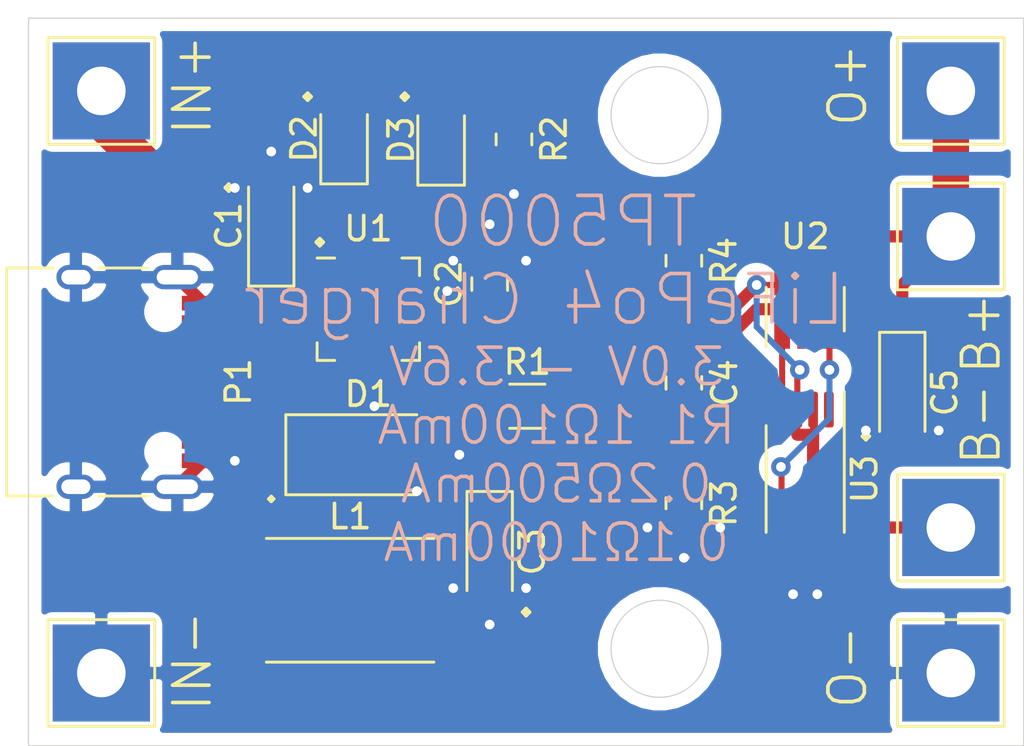
<source format=kicad_pcb>
(kicad_pcb (version 20171130) (host pcbnew 5.1.12-84ad8e8a86~92~ubuntu20.04.1)

  (general
    (thickness 1.6)
    (drawings 21)
    (tracks 171)
    (zones 0)
    (modules 23)
    (nets 22)
  )

  (page A4)
  (layers
    (0 F.Cu signal)
    (31 B.Cu signal)
    (32 B.Adhes user)
    (33 F.Adhes user)
    (34 B.Paste user)
    (35 F.Paste user)
    (36 B.SilkS user)
    (37 F.SilkS user)
    (38 B.Mask user)
    (39 F.Mask user)
    (40 Dwgs.User user)
    (41 Cmts.User user)
    (42 Eco1.User user)
    (43 Eco2.User user)
    (44 Edge.Cuts user)
    (45 Margin user)
    (46 B.CrtYd user)
    (47 F.CrtYd user)
    (48 B.Fab user)
    (49 F.Fab user hide)
  )

  (setup
    (last_trace_width 1)
    (user_trace_width 0.25)
    (user_trace_width 0.5)
    (user_trace_width 1)
    (user_trace_width 1.5)
    (trace_clearance 0.2)
    (zone_clearance 0.508)
    (zone_45_only no)
    (trace_min 0.2)
    (via_size 0.8)
    (via_drill 0.4)
    (via_min_size 0.4)
    (via_min_drill 0.3)
    (uvia_size 0.3)
    (uvia_drill 0.1)
    (uvias_allowed no)
    (uvia_min_size 0.2)
    (uvia_min_drill 0.1)
    (edge_width 0.05)
    (segment_width 0.2)
    (pcb_text_width 0.3)
    (pcb_text_size 1.5 1.5)
    (mod_edge_width 0.12)
    (mod_text_size 1 1)
    (mod_text_width 0.15)
    (pad_size 4 4)
    (pad_drill 2)
    (pad_to_mask_clearance 0)
    (aux_axis_origin 0 0)
    (visible_elements FFFFFF7F)
    (pcbplotparams
      (layerselection 0x010fc_ffffffff)
      (usegerberextensions false)
      (usegerberattributes true)
      (usegerberadvancedattributes true)
      (creategerberjobfile true)
      (excludeedgelayer true)
      (linewidth 0.100000)
      (plotframeref false)
      (viasonmask false)
      (mode 1)
      (useauxorigin false)
      (hpglpennumber 1)
      (hpglpenspeed 20)
      (hpglpendiameter 15.000000)
      (psnegative false)
      (psa4output false)
      (plotreference true)
      (plotvalue true)
      (plotinvisibletext false)
      (padsonsilk false)
      (subtractmaskfromsilk false)
      (outputformat 1)
      (mirror false)
      (drillshape 0)
      (scaleselection 1)
      (outputdirectory "gerber/"))
  )

  (net 0 "")
  (net 1 VIN)
  (net 2 GND)
  (net 3 "Net-(C2-Pad1)")
  (net 4 "Net-(C3-Pad1)")
  (net 5 B-)
  (net 6 "Net-(C4-Pad1)")
  (net 7 B+)
  (net 8 "Net-(D1-Pad1)")
  (net 9 "Net-(D2-Pad2)")
  (net 10 "Net-(D2-Pad1)")
  (net 11 "Net-(D3-Pad1)")
  (net 12 "Net-(P1-PadA6)")
  (net 13 "Net-(P1-PadB5)")
  (net 14 "Net-(P1-PadA5)")
  (net 15 "Net-(R3-Pad1)")
  (net 16 "Net-(U1-Pad13)")
  (net 17 "Net-(U2-Pad1)")
  (net 18 "Net-(U2-Pad3)")
  (net 19 "Net-(U2-Pad4)")
  (net 20 "Net-(U3-Pad1)")
  (net 21 "Net-(U3-Pad8)")

  (net_class Default "This is the default net class."
    (clearance 0.2)
    (trace_width 0.25)
    (via_dia 0.8)
    (via_drill 0.4)
    (uvia_dia 0.3)
    (uvia_drill 0.1)
    (add_net B+)
    (add_net B-)
    (add_net GND)
    (add_net "Net-(C2-Pad1)")
    (add_net "Net-(C3-Pad1)")
    (add_net "Net-(C4-Pad1)")
    (add_net "Net-(D1-Pad1)")
    (add_net "Net-(D2-Pad1)")
    (add_net "Net-(D2-Pad2)")
    (add_net "Net-(D3-Pad1)")
    (add_net "Net-(P1-PadA5)")
    (add_net "Net-(P1-PadA6)")
    (add_net "Net-(P1-PadB5)")
    (add_net "Net-(R3-Pad1)")
    (add_net "Net-(U1-Pad13)")
    (add_net "Net-(U2-Pad1)")
    (add_net "Net-(U2-Pad3)")
    (add_net "Net-(U2-Pad4)")
    (add_net "Net-(U3-Pad1)")
    (add_net "Net-(U3-Pad8)")
    (add_net VIN)
  )

  (module Capacitor_Tantalum_SMD:CP_EIA-3216-12_Kemet-S_Pad1.58x1.35mm_HandSolder (layer F.Cu) (tedit 5EBA9318) (tstamp 63D9EC48)
    (at 93 115.5625 90)
    (descr "Tantalum Capacitor SMD Kemet-S (3216-12 Metric), IPC_7351 nominal, (Body size from: http://www.kemet.com/Lists/ProductCatalog/Attachments/253/KEM_TC101_STD.pdf), generated with kicad-footprint-generator")
    (tags "capacitor tantalum")
    (path /63922693)
    (attr smd)
    (fp_text reference C1 (at 0 -1.75 90) (layer F.SilkS)
      (effects (font (size 1 1) (thickness 0.15)))
    )
    (fp_text value 10uF (at 0 1.75 90) (layer F.Fab)
      (effects (font (size 1 1) (thickness 0.15)))
    )
    (fp_line (start 1.6 -0.8) (end -1.2 -0.8) (layer F.Fab) (width 0.1))
    (fp_line (start -1.2 -0.8) (end -1.6 -0.4) (layer F.Fab) (width 0.1))
    (fp_line (start -1.6 -0.4) (end -1.6 0.8) (layer F.Fab) (width 0.1))
    (fp_line (start -1.6 0.8) (end 1.6 0.8) (layer F.Fab) (width 0.1))
    (fp_line (start 1.6 0.8) (end 1.6 -0.8) (layer F.Fab) (width 0.1))
    (fp_line (start 1.6 -0.935) (end -2.485 -0.935) (layer F.SilkS) (width 0.12))
    (fp_line (start -2.485 -0.935) (end -2.485 0.935) (layer F.SilkS) (width 0.12))
    (fp_line (start -2.485 0.935) (end 1.6 0.935) (layer F.SilkS) (width 0.12))
    (fp_line (start -2.48 1.05) (end -2.48 -1.05) (layer F.CrtYd) (width 0.05))
    (fp_line (start -2.48 -1.05) (end 2.48 -1.05) (layer F.CrtYd) (width 0.05))
    (fp_line (start 2.48 -1.05) (end 2.48 1.05) (layer F.CrtYd) (width 0.05))
    (fp_line (start 2.48 1.05) (end -2.48 1.05) (layer F.CrtYd) (width 0.05))
    (fp_text user %R (at 0 0 90) (layer F.Fab)
      (effects (font (size 0.8 0.8) (thickness 0.12)))
    )
    (pad 1 smd roundrect (at -1.4375 0 90) (size 1.575 1.35) (layers F.Cu F.Paste F.Mask) (roundrect_rratio 0.1851844444444445)
      (net 1 VIN))
    (pad 2 smd roundrect (at 1.4375 0 90) (size 1.575 1.35) (layers F.Cu F.Paste F.Mask) (roundrect_rratio 0.1851844444444445)
      (net 2 GND))
    (model ${KISYS3DMOD}/Capacitor_Tantalum_SMD.3dshapes/CP_EIA-3216-12_Kemet-S.wrl
      (at (xyz 0 0 0))
      (scale (xyz 1 1 1))
      (rotate (xyz 0 0 0))
    )
  )

  (module Capacitor_SMD:C_0805_2012Metric_Pad1.18x1.45mm_HandSolder (layer F.Cu) (tedit 5F68FEEF) (tstamp 63D9EC59)
    (at 102 117.9625 90)
    (descr "Capacitor SMD 0805 (2012 Metric), square (rectangular) end terminal, IPC_7351 nominal with elongated pad for handsoldering. (Body size source: IPC-SM-782 page 76, https://www.pcb-3d.com/wordpress/wp-content/uploads/ipc-sm-782a_amendment_1_and_2.pdf, https://docs.google.com/spreadsheets/d/1BsfQQcO9C6DZCsRaXUlFlo91Tg2WpOkGARC1WS5S8t0/edit?usp=sharing), generated with kicad-footprint-generator")
    (tags "capacitor handsolder")
    (path /63937DAE)
    (attr smd)
    (fp_text reference C2 (at 0 -1.68 90) (layer F.SilkS)
      (effects (font (size 1 1) (thickness 0.15)))
    )
    (fp_text value 100n (at 0 1.68 90) (layer F.Fab)
      (effects (font (size 1 1) (thickness 0.15)))
    )
    (fp_line (start -1 0.625) (end -1 -0.625) (layer F.Fab) (width 0.1))
    (fp_line (start -1 -0.625) (end 1 -0.625) (layer F.Fab) (width 0.1))
    (fp_line (start 1 -0.625) (end 1 0.625) (layer F.Fab) (width 0.1))
    (fp_line (start 1 0.625) (end -1 0.625) (layer F.Fab) (width 0.1))
    (fp_line (start -0.261252 -0.735) (end 0.261252 -0.735) (layer F.SilkS) (width 0.12))
    (fp_line (start -0.261252 0.735) (end 0.261252 0.735) (layer F.SilkS) (width 0.12))
    (fp_line (start -1.88 0.98) (end -1.88 -0.98) (layer F.CrtYd) (width 0.05))
    (fp_line (start -1.88 -0.98) (end 1.88 -0.98) (layer F.CrtYd) (width 0.05))
    (fp_line (start 1.88 -0.98) (end 1.88 0.98) (layer F.CrtYd) (width 0.05))
    (fp_line (start 1.88 0.98) (end -1.88 0.98) (layer F.CrtYd) (width 0.05))
    (fp_text user %R (at 0 0 90) (layer F.Fab)
      (effects (font (size 0.5 0.5) (thickness 0.08)))
    )
    (pad 1 smd roundrect (at -1.0375 0 90) (size 1.175 1.45) (layers F.Cu F.Paste F.Mask) (roundrect_rratio 0.2127659574468085)
      (net 3 "Net-(C2-Pad1)"))
    (pad 2 smd roundrect (at 1.0375 0 90) (size 1.175 1.45) (layers F.Cu F.Paste F.Mask) (roundrect_rratio 0.2127659574468085)
      (net 2 GND))
    (model ${KISYS3DMOD}/Capacitor_SMD.3dshapes/C_0805_2012Metric.wrl
      (at (xyz 0 0 0))
      (scale (xyz 1 1 1))
      (rotate (xyz 0 0 0))
    )
  )

  (module Capacitor_Tantalum_SMD:CP_EIA-3216-12_Kemet-S_Pad1.58x1.35mm_HandSolder (layer F.Cu) (tedit 5EBA9318) (tstamp 63D9EC6C)
    (at 102 129 270)
    (descr "Tantalum Capacitor SMD Kemet-S (3216-12 Metric), IPC_7351 nominal, (Body size from: http://www.kemet.com/Lists/ProductCatalog/Attachments/253/KEM_TC101_STD.pdf), generated with kicad-footprint-generator")
    (tags "capacitor tantalum")
    (path /63951C4C)
    (attr smd)
    (fp_text reference C3 (at 0 -1.75 90) (layer F.SilkS)
      (effects (font (size 1 1) (thickness 0.15)))
    )
    (fp_text value 10uF (at 0 1.75 90) (layer F.Fab)
      (effects (font (size 1 1) (thickness 0.15)))
    )
    (fp_line (start 2.48 1.05) (end -2.48 1.05) (layer F.CrtYd) (width 0.05))
    (fp_line (start 2.48 -1.05) (end 2.48 1.05) (layer F.CrtYd) (width 0.05))
    (fp_line (start -2.48 -1.05) (end 2.48 -1.05) (layer F.CrtYd) (width 0.05))
    (fp_line (start -2.48 1.05) (end -2.48 -1.05) (layer F.CrtYd) (width 0.05))
    (fp_line (start -2.485 0.935) (end 1.6 0.935) (layer F.SilkS) (width 0.12))
    (fp_line (start -2.485 -0.935) (end -2.485 0.935) (layer F.SilkS) (width 0.12))
    (fp_line (start 1.6 -0.935) (end -2.485 -0.935) (layer F.SilkS) (width 0.12))
    (fp_line (start 1.6 0.8) (end 1.6 -0.8) (layer F.Fab) (width 0.1))
    (fp_line (start -1.6 0.8) (end 1.6 0.8) (layer F.Fab) (width 0.1))
    (fp_line (start -1.6 -0.4) (end -1.6 0.8) (layer F.Fab) (width 0.1))
    (fp_line (start -1.2 -0.8) (end -1.6 -0.4) (layer F.Fab) (width 0.1))
    (fp_line (start 1.6 -0.8) (end -1.2 -0.8) (layer F.Fab) (width 0.1))
    (fp_text user %R (at 0 0 90) (layer F.Fab)
      (effects (font (size 0.8 0.8) (thickness 0.12)))
    )
    (pad 2 smd roundrect (at 1.4375 0 270) (size 1.575 1.35) (layers F.Cu F.Paste F.Mask) (roundrect_rratio 0.1851844444444445)
      (net 2 GND))
    (pad 1 smd roundrect (at -1.4375 0 270) (size 1.575 1.35) (layers F.Cu F.Paste F.Mask) (roundrect_rratio 0.1851844444444445)
      (net 4 "Net-(C3-Pad1)"))
    (model ${KISYS3DMOD}/Capacitor_Tantalum_SMD.3dshapes/CP_EIA-3216-12_Kemet-S.wrl
      (at (xyz 0 0 0))
      (scale (xyz 1 1 1))
      (rotate (xyz 0 0 0))
    )
  )

  (module Capacitor_SMD:C_0805_2012Metric_Pad1.18x1.45mm_HandSolder (layer F.Cu) (tedit 5F68FEEF) (tstamp 63D9EC7D)
    (at 110 122.0375 270)
    (descr "Capacitor SMD 0805 (2012 Metric), square (rectangular) end terminal, IPC_7351 nominal with elongated pad for handsoldering. (Body size source: IPC-SM-782 page 76, https://www.pcb-3d.com/wordpress/wp-content/uploads/ipc-sm-782a_amendment_1_and_2.pdf, https://docs.google.com/spreadsheets/d/1BsfQQcO9C6DZCsRaXUlFlo91Tg2WpOkGARC1WS5S8t0/edit?usp=sharing), generated with kicad-footprint-generator")
    (tags "capacitor handsolder")
    (path /63902FFC)
    (attr smd)
    (fp_text reference C4 (at 0 -1.68 90) (layer F.SilkS)
      (effects (font (size 1 1) (thickness 0.15)))
    )
    (fp_text value 100nF (at 0 1.68 90) (layer F.Fab)
      (effects (font (size 1 1) (thickness 0.15)))
    )
    (fp_line (start 1.88 0.98) (end -1.88 0.98) (layer F.CrtYd) (width 0.05))
    (fp_line (start 1.88 -0.98) (end 1.88 0.98) (layer F.CrtYd) (width 0.05))
    (fp_line (start -1.88 -0.98) (end 1.88 -0.98) (layer F.CrtYd) (width 0.05))
    (fp_line (start -1.88 0.98) (end -1.88 -0.98) (layer F.CrtYd) (width 0.05))
    (fp_line (start -0.261252 0.735) (end 0.261252 0.735) (layer F.SilkS) (width 0.12))
    (fp_line (start -0.261252 -0.735) (end 0.261252 -0.735) (layer F.SilkS) (width 0.12))
    (fp_line (start 1 0.625) (end -1 0.625) (layer F.Fab) (width 0.1))
    (fp_line (start 1 -0.625) (end 1 0.625) (layer F.Fab) (width 0.1))
    (fp_line (start -1 -0.625) (end 1 -0.625) (layer F.Fab) (width 0.1))
    (fp_line (start -1 0.625) (end -1 -0.625) (layer F.Fab) (width 0.1))
    (fp_text user %R (at 0 0 90) (layer F.Fab)
      (effects (font (size 0.5 0.5) (thickness 0.08)))
    )
    (pad 2 smd roundrect (at 1.0375 0 270) (size 1.175 1.45) (layers F.Cu F.Paste F.Mask) (roundrect_rratio 0.2127659574468085)
      (net 5 B-))
    (pad 1 smd roundrect (at -1.0375 0 270) (size 1.175 1.45) (layers F.Cu F.Paste F.Mask) (roundrect_rratio 0.2127659574468085)
      (net 6 "Net-(C4-Pad1)"))
    (model ${KISYS3DMOD}/Capacitor_SMD.3dshapes/C_0805_2012Metric.wrl
      (at (xyz 0 0 0))
      (scale (xyz 1 1 1))
      (rotate (xyz 0 0 0))
    )
  )

  (module Capacitor_Tantalum_SMD:CP_EIA-3216-12_Kemet-S_Pad1.58x1.35mm_HandSolder (layer F.Cu) (tedit 5EBA9318) (tstamp 63D9EC90)
    (at 119 122.4375 270)
    (descr "Tantalum Capacitor SMD Kemet-S (3216-12 Metric), IPC_7351 nominal, (Body size from: http://www.kemet.com/Lists/ProductCatalog/Attachments/253/KEM_TC101_STD.pdf), generated with kicad-footprint-generator")
    (tags "capacitor tantalum")
    (path /639990E3)
    (attr smd)
    (fp_text reference C5 (at 0 -1.75 90) (layer F.SilkS)
      (effects (font (size 1 1) (thickness 0.15)))
    )
    (fp_text value 10uF (at 0 1.75 90) (layer F.Fab)
      (effects (font (size 1 1) (thickness 0.15)))
    )
    (fp_line (start 1.6 -0.8) (end -1.2 -0.8) (layer F.Fab) (width 0.1))
    (fp_line (start -1.2 -0.8) (end -1.6 -0.4) (layer F.Fab) (width 0.1))
    (fp_line (start -1.6 -0.4) (end -1.6 0.8) (layer F.Fab) (width 0.1))
    (fp_line (start -1.6 0.8) (end 1.6 0.8) (layer F.Fab) (width 0.1))
    (fp_line (start 1.6 0.8) (end 1.6 -0.8) (layer F.Fab) (width 0.1))
    (fp_line (start 1.6 -0.935) (end -2.485 -0.935) (layer F.SilkS) (width 0.12))
    (fp_line (start -2.485 -0.935) (end -2.485 0.935) (layer F.SilkS) (width 0.12))
    (fp_line (start -2.485 0.935) (end 1.6 0.935) (layer F.SilkS) (width 0.12))
    (fp_line (start -2.48 1.05) (end -2.48 -1.05) (layer F.CrtYd) (width 0.05))
    (fp_line (start -2.48 -1.05) (end 2.48 -1.05) (layer F.CrtYd) (width 0.05))
    (fp_line (start 2.48 -1.05) (end 2.48 1.05) (layer F.CrtYd) (width 0.05))
    (fp_line (start 2.48 1.05) (end -2.48 1.05) (layer F.CrtYd) (width 0.05))
    (fp_text user %R (at 0 0 90) (layer F.Fab)
      (effects (font (size 0.8 0.8) (thickness 0.12)))
    )
    (pad 1 smd roundrect (at -1.4375 0 270) (size 1.575 1.35) (layers F.Cu F.Paste F.Mask) (roundrect_rratio 0.1851844444444445)
      (net 7 B+))
    (pad 2 smd roundrect (at 1.4375 0 270) (size 1.575 1.35) (layers F.Cu F.Paste F.Mask) (roundrect_rratio 0.1851844444444445)
      (net 2 GND))
    (model ${KISYS3DMOD}/Capacitor_Tantalum_SMD.3dshapes/CP_EIA-3216-12_Kemet-S.wrl
      (at (xyz 0 0 0))
      (scale (xyz 1 1 1))
      (rotate (xyz 0 0 0))
    )
  )

  (module Diode_SMD:D_SMA (layer F.Cu) (tedit 586432E5) (tstamp 63D9ECA8)
    (at 97 125)
    (descr "Diode SMA (DO-214AC)")
    (tags "Diode SMA (DO-214AC)")
    (path /63972B64)
    (attr smd)
    (fp_text reference D1 (at 0 -2.5) (layer F.SilkS)
      (effects (font (size 1 1) (thickness 0.15)))
    )
    (fp_text value SS310 (at 0 2.6) (layer F.Fab)
      (effects (font (size 1 1) (thickness 0.15)))
    )
    (fp_line (start -3.4 -1.65) (end -3.4 1.65) (layer F.SilkS) (width 0.12))
    (fp_line (start 2.3 1.5) (end -2.3 1.5) (layer F.Fab) (width 0.1))
    (fp_line (start -2.3 1.5) (end -2.3 -1.5) (layer F.Fab) (width 0.1))
    (fp_line (start 2.3 -1.5) (end 2.3 1.5) (layer F.Fab) (width 0.1))
    (fp_line (start 2.3 -1.5) (end -2.3 -1.5) (layer F.Fab) (width 0.1))
    (fp_line (start -3.5 -1.75) (end 3.5 -1.75) (layer F.CrtYd) (width 0.05))
    (fp_line (start 3.5 -1.75) (end 3.5 1.75) (layer F.CrtYd) (width 0.05))
    (fp_line (start 3.5 1.75) (end -3.5 1.75) (layer F.CrtYd) (width 0.05))
    (fp_line (start -3.5 1.75) (end -3.5 -1.75) (layer F.CrtYd) (width 0.05))
    (fp_line (start -0.64944 0.00102) (end -1.55114 0.00102) (layer F.Fab) (width 0.1))
    (fp_line (start 0.50118 0.00102) (end 1.4994 0.00102) (layer F.Fab) (width 0.1))
    (fp_line (start -0.64944 -0.79908) (end -0.64944 0.80112) (layer F.Fab) (width 0.1))
    (fp_line (start 0.50118 0.75032) (end 0.50118 -0.79908) (layer F.Fab) (width 0.1))
    (fp_line (start -0.64944 0.00102) (end 0.50118 0.75032) (layer F.Fab) (width 0.1))
    (fp_line (start -0.64944 0.00102) (end 0.50118 -0.79908) (layer F.Fab) (width 0.1))
    (fp_line (start -3.4 1.65) (end 2 1.65) (layer F.SilkS) (width 0.12))
    (fp_line (start -3.4 -1.65) (end 2 -1.65) (layer F.SilkS) (width 0.12))
    (fp_text user %R (at 0 -2.5) (layer F.Fab)
      (effects (font (size 1 1) (thickness 0.15)))
    )
    (pad 1 smd rect (at -2 0) (size 2.5 1.8) (layers F.Cu F.Paste F.Mask)
      (net 8 "Net-(D1-Pad1)"))
    (pad 2 smd rect (at 2 0) (size 2.5 1.8) (layers F.Cu F.Paste F.Mask)
      (net 2 GND))
    (model ${KISYS3DMOD}/Diode_SMD.3dshapes/D_SMA.wrl
      (at (xyz 0 0 0))
      (scale (xyz 1 1 1))
      (rotate (xyz 0 0 0))
    )
  )

  (module LED_SMD:LED_0805_2012Metric_Pad1.15x1.40mm_HandSolder (layer F.Cu) (tedit 5F68FEF1) (tstamp 63D9ECBB)
    (at 96 111.975 90)
    (descr "LED SMD 0805 (2012 Metric), square (rectangular) end terminal, IPC_7351 nominal, (Body size source: https://docs.google.com/spreadsheets/d/1BsfQQcO9C6DZCsRaXUlFlo91Tg2WpOkGARC1WS5S8t0/edit?usp=sharing), generated with kicad-footprint-generator")
    (tags "LED handsolder")
    (path /63923C20)
    (attr smd)
    (fp_text reference D2 (at 0 -1.65 90) (layer F.SilkS)
      (effects (font (size 1 1) (thickness 0.15)))
    )
    (fp_text value CHRG (at 0 1.65 90) (layer F.Fab)
      (effects (font (size 1 1) (thickness 0.15)))
    )
    (fp_line (start 1.85 0.95) (end -1.85 0.95) (layer F.CrtYd) (width 0.05))
    (fp_line (start 1.85 -0.95) (end 1.85 0.95) (layer F.CrtYd) (width 0.05))
    (fp_line (start -1.85 -0.95) (end 1.85 -0.95) (layer F.CrtYd) (width 0.05))
    (fp_line (start -1.85 0.95) (end -1.85 -0.95) (layer F.CrtYd) (width 0.05))
    (fp_line (start -1.86 0.96) (end 1 0.96) (layer F.SilkS) (width 0.12))
    (fp_line (start -1.86 -0.96) (end -1.86 0.96) (layer F.SilkS) (width 0.12))
    (fp_line (start 1 -0.96) (end -1.86 -0.96) (layer F.SilkS) (width 0.12))
    (fp_line (start 1 0.6) (end 1 -0.6) (layer F.Fab) (width 0.1))
    (fp_line (start -1 0.6) (end 1 0.6) (layer F.Fab) (width 0.1))
    (fp_line (start -1 -0.3) (end -1 0.6) (layer F.Fab) (width 0.1))
    (fp_line (start -0.7 -0.6) (end -1 -0.3) (layer F.Fab) (width 0.1))
    (fp_line (start 1 -0.6) (end -0.7 -0.6) (layer F.Fab) (width 0.1))
    (fp_text user %R (at 0 0 90) (layer F.Fab)
      (effects (font (size 0.5 0.5) (thickness 0.08)))
    )
    (pad 2 smd roundrect (at 1.025 0 90) (size 1.15 1.4) (layers F.Cu F.Paste F.Mask) (roundrect_rratio 0.2173904347826087)
      (net 9 "Net-(D2-Pad2)"))
    (pad 1 smd roundrect (at -1.025 0 90) (size 1.15 1.4) (layers F.Cu F.Paste F.Mask) (roundrect_rratio 0.2173904347826087)
      (net 10 "Net-(D2-Pad1)"))
    (model ${KISYS3DMOD}/LED_SMD.3dshapes/LED_0805_2012Metric.wrl
      (at (xyz 0 0 0))
      (scale (xyz 1 1 1))
      (rotate (xyz 0 0 0))
    )
  )

  (module LED_SMD:LED_0805_2012Metric_Pad1.15x1.40mm_HandSolder (layer F.Cu) (tedit 5F68FEF1) (tstamp 63D9ECCE)
    (at 100 112.025 90)
    (descr "LED SMD 0805 (2012 Metric), square (rectangular) end terminal, IPC_7351 nominal, (Body size source: https://docs.google.com/spreadsheets/d/1BsfQQcO9C6DZCsRaXUlFlo91Tg2WpOkGARC1WS5S8t0/edit?usp=sharing), generated with kicad-footprint-generator")
    (tags "LED handsolder")
    (path /63928A2C)
    (attr smd)
    (fp_text reference D3 (at 0 -1.65 90) (layer F.SilkS)
      (effects (font (size 1 1) (thickness 0.15)))
    )
    (fp_text value FULL (at 0 1.65 90) (layer F.Fab)
      (effects (font (size 1 1) (thickness 0.15)))
    )
    (fp_line (start 1 -0.6) (end -0.7 -0.6) (layer F.Fab) (width 0.1))
    (fp_line (start -0.7 -0.6) (end -1 -0.3) (layer F.Fab) (width 0.1))
    (fp_line (start -1 -0.3) (end -1 0.6) (layer F.Fab) (width 0.1))
    (fp_line (start -1 0.6) (end 1 0.6) (layer F.Fab) (width 0.1))
    (fp_line (start 1 0.6) (end 1 -0.6) (layer F.Fab) (width 0.1))
    (fp_line (start 1 -0.96) (end -1.86 -0.96) (layer F.SilkS) (width 0.12))
    (fp_line (start -1.86 -0.96) (end -1.86 0.96) (layer F.SilkS) (width 0.12))
    (fp_line (start -1.86 0.96) (end 1 0.96) (layer F.SilkS) (width 0.12))
    (fp_line (start -1.85 0.95) (end -1.85 -0.95) (layer F.CrtYd) (width 0.05))
    (fp_line (start -1.85 -0.95) (end 1.85 -0.95) (layer F.CrtYd) (width 0.05))
    (fp_line (start 1.85 -0.95) (end 1.85 0.95) (layer F.CrtYd) (width 0.05))
    (fp_line (start 1.85 0.95) (end -1.85 0.95) (layer F.CrtYd) (width 0.05))
    (fp_text user %R (at 0 0 90) (layer F.Fab)
      (effects (font (size 0.5 0.5) (thickness 0.08)))
    )
    (pad 1 smd roundrect (at -1.025 0 90) (size 1.15 1.4) (layers F.Cu F.Paste F.Mask) (roundrect_rratio 0.2173904347826087)
      (net 11 "Net-(D3-Pad1)"))
    (pad 2 smd roundrect (at 1.025 0 90) (size 1.15 1.4) (layers F.Cu F.Paste F.Mask) (roundrect_rratio 0.2173904347826087)
      (net 9 "Net-(D2-Pad2)"))
    (model ${KISYS3DMOD}/LED_SMD.3dshapes/LED_0805_2012Metric.wrl
      (at (xyz 0 0 0))
      (scale (xyz 1 1 1))
      (rotate (xyz 0 0 0))
    )
  )

  (module TestPoint:TestPoint_THTPad_4.0x4.0mm_Drill2.0mm (layer F.Cu) (tedit 5A0F774F) (tstamp 63D9ECDC)
    (at 86 110)
    (descr "THT rectangular pad as test Point, square 4.0mm  side length, hole diameter 2.0mm")
    (tags "test point THT pad rectangle square")
    (path /638D7B49)
    (attr virtual)
    (fp_text reference J1 (at 0 -2.898) (layer F.SilkS) hide
      (effects (font (size 1 1) (thickness 0.15)))
    )
    (fp_text value VIN (at 0 3.1) (layer F.Fab)
      (effects (font (size 1 1) (thickness 0.15)))
    )
    (fp_line (start 2.5 2.5) (end -2.5 2.5) (layer F.CrtYd) (width 0.05))
    (fp_line (start 2.5 2.5) (end 2.5 -2.5) (layer F.CrtYd) (width 0.05))
    (fp_line (start -2.5 -2.5) (end -2.5 2.5) (layer F.CrtYd) (width 0.05))
    (fp_line (start -2.5 -2.5) (end 2.5 -2.5) (layer F.CrtYd) (width 0.05))
    (fp_line (start -2.2 2.2) (end -2.2 -2.2) (layer F.SilkS) (width 0.12))
    (fp_line (start 2.2 2.2) (end -2.2 2.2) (layer F.SilkS) (width 0.12))
    (fp_line (start 2.2 -2.2) (end 2.2 2.2) (layer F.SilkS) (width 0.12))
    (fp_line (start -2.2 -2.2) (end 2.2 -2.2) (layer F.SilkS) (width 0.12))
    (fp_text user %R (at 0 -2.9) (layer F.Fab)
      (effects (font (size 1 1) (thickness 0.15)))
    )
    (pad 1 thru_hole rect (at 0 0) (size 4 4) (drill 2) (layers *.Cu *.Mask)
      (net 1 VIN))
  )

  (module TestPoint:TestPoint_THTPad_4.0x4.0mm_Drill2.0mm (layer F.Cu) (tedit 5A0F774F) (tstamp 63D9ECEA)
    (at 121 134)
    (descr "THT rectangular pad as test Point, square 4.0mm  side length, hole diameter 2.0mm")
    (tags "test point THT pad rectangle square")
    (path /638D360A)
    (attr virtual)
    (fp_text reference J2 (at 0 -2.898) (layer F.SilkS) hide
      (effects (font (size 1 1) (thickness 0.15)))
    )
    (fp_text value GND (at 0 3.1) (layer F.Fab)
      (effects (font (size 1 1) (thickness 0.15)))
    )
    (fp_line (start -2.2 -2.2) (end 2.2 -2.2) (layer F.SilkS) (width 0.12))
    (fp_line (start 2.2 -2.2) (end 2.2 2.2) (layer F.SilkS) (width 0.12))
    (fp_line (start 2.2 2.2) (end -2.2 2.2) (layer F.SilkS) (width 0.12))
    (fp_line (start -2.2 2.2) (end -2.2 -2.2) (layer F.SilkS) (width 0.12))
    (fp_line (start -2.5 -2.5) (end 2.5 -2.5) (layer F.CrtYd) (width 0.05))
    (fp_line (start -2.5 -2.5) (end -2.5 2.5) (layer F.CrtYd) (width 0.05))
    (fp_line (start 2.5 2.5) (end 2.5 -2.5) (layer F.CrtYd) (width 0.05))
    (fp_line (start 2.5 2.5) (end -2.5 2.5) (layer F.CrtYd) (width 0.05))
    (fp_text user %R (at 0 -2.9) (layer F.Fab)
      (effects (font (size 1 1) (thickness 0.15)))
    )
    (pad 1 thru_hole rect (at 0 0) (size 4 4) (drill 2) (layers *.Cu *.Mask)
      (net 2 GND))
  )

  (module TestPoint:TestPoint_THTPad_4.0x4.0mm_Drill2.0mm (layer F.Cu) (tedit 5A0F774F) (tstamp 63D9ECF8)
    (at 121 110)
    (descr "THT rectangular pad as test Point, square 4.0mm  side length, hole diameter 2.0mm")
    (tags "test point THT pad rectangle square")
    (path /638D7E17)
    (attr virtual)
    (fp_text reference J3 (at 0 -2.898) (layer F.SilkS) hide
      (effects (font (size 1 1) (thickness 0.15)))
    )
    (fp_text value VOUT (at 0 3.1) (layer F.Fab)
      (effects (font (size 1 1) (thickness 0.15)))
    )
    (fp_line (start -2.2 -2.2) (end 2.2 -2.2) (layer F.SilkS) (width 0.12))
    (fp_line (start 2.2 -2.2) (end 2.2 2.2) (layer F.SilkS) (width 0.12))
    (fp_line (start 2.2 2.2) (end -2.2 2.2) (layer F.SilkS) (width 0.12))
    (fp_line (start -2.2 2.2) (end -2.2 -2.2) (layer F.SilkS) (width 0.12))
    (fp_line (start -2.5 -2.5) (end 2.5 -2.5) (layer F.CrtYd) (width 0.05))
    (fp_line (start -2.5 -2.5) (end -2.5 2.5) (layer F.CrtYd) (width 0.05))
    (fp_line (start 2.5 2.5) (end 2.5 -2.5) (layer F.CrtYd) (width 0.05))
    (fp_line (start 2.5 2.5) (end -2.5 2.5) (layer F.CrtYd) (width 0.05))
    (fp_text user %R (at 0 -2.9) (layer F.Fab)
      (effects (font (size 1 1) (thickness 0.15)))
    )
    (pad 1 thru_hole rect (at 0 0) (size 4 4) (drill 2) (layers *.Cu *.Mask)
      (net 7 B+))
  )

  (module TestPoint:TestPoint_THTPad_4.0x4.0mm_Drill2.0mm (layer F.Cu) (tedit 5A0F774F) (tstamp 63D9ED06)
    (at 86 134)
    (descr "THT rectangular pad as test Point, square 4.0mm  side length, hole diameter 2.0mm")
    (tags "test point THT pad rectangle square")
    (path /638D7F83)
    (attr virtual)
    (fp_text reference J4 (at 0 -2.898) (layer F.SilkS) hide
      (effects (font (size 1 1) (thickness 0.15)))
    )
    (fp_text value GND (at 0 3.1) (layer F.Fab)
      (effects (font (size 1 1) (thickness 0.15)))
    )
    (fp_line (start 2.5 2.5) (end -2.5 2.5) (layer F.CrtYd) (width 0.05))
    (fp_line (start 2.5 2.5) (end 2.5 -2.5) (layer F.CrtYd) (width 0.05))
    (fp_line (start -2.5 -2.5) (end -2.5 2.5) (layer F.CrtYd) (width 0.05))
    (fp_line (start -2.5 -2.5) (end 2.5 -2.5) (layer F.CrtYd) (width 0.05))
    (fp_line (start -2.2 2.2) (end -2.2 -2.2) (layer F.SilkS) (width 0.12))
    (fp_line (start 2.2 2.2) (end -2.2 2.2) (layer F.SilkS) (width 0.12))
    (fp_line (start 2.2 -2.2) (end 2.2 2.2) (layer F.SilkS) (width 0.12))
    (fp_line (start -2.2 -2.2) (end 2.2 -2.2) (layer F.SilkS) (width 0.12))
    (fp_text user %R (at 0 -2.9) (layer F.Fab)
      (effects (font (size 1 1) (thickness 0.15)))
    )
    (pad 1 thru_hole rect (at 0 0) (size 4 4) (drill 2) (layers *.Cu *.Mask)
      (net 2 GND))
  )

  (module TestPoint:TestPoint_THTPad_4.0x4.0mm_Drill2.0mm (layer F.Cu) (tedit 5A0F774F) (tstamp 63D9ED14)
    (at 121 116)
    (descr "THT rectangular pad as test Point, square 4.0mm  side length, hole diameter 2.0mm")
    (tags "test point THT pad rectangle square")
    (path /638DA098)
    (attr virtual)
    (fp_text reference J5 (at 0 -2.898) (layer F.SilkS) hide
      (effects (font (size 1 1) (thickness 0.15)))
    )
    (fp_text value BAT+ (at 0 3.1) (layer F.Fab)
      (effects (font (size 1 1) (thickness 0.15)))
    )
    (fp_line (start 2.5 2.5) (end -2.5 2.5) (layer F.CrtYd) (width 0.05))
    (fp_line (start 2.5 2.5) (end 2.5 -2.5) (layer F.CrtYd) (width 0.05))
    (fp_line (start -2.5 -2.5) (end -2.5 2.5) (layer F.CrtYd) (width 0.05))
    (fp_line (start -2.5 -2.5) (end 2.5 -2.5) (layer F.CrtYd) (width 0.05))
    (fp_line (start -2.2 2.2) (end -2.2 -2.2) (layer F.SilkS) (width 0.12))
    (fp_line (start 2.2 2.2) (end -2.2 2.2) (layer F.SilkS) (width 0.12))
    (fp_line (start 2.2 -2.2) (end 2.2 2.2) (layer F.SilkS) (width 0.12))
    (fp_line (start -2.2 -2.2) (end 2.2 -2.2) (layer F.SilkS) (width 0.12))
    (fp_text user %R (at 0 -2.9) (layer F.Fab)
      (effects (font (size 1 1) (thickness 0.15)))
    )
    (pad 1 thru_hole rect (at 0 0) (size 4 4) (drill 2) (layers *.Cu *.Mask)
      (net 7 B+))
  )

  (module TestPoint:TestPoint_THTPad_4.0x4.0mm_Drill2.0mm (layer F.Cu) (tedit 5A0F774F) (tstamp 63D9ED22)
    (at 121 128)
    (descr "THT rectangular pad as test Point, square 4.0mm  side length, hole diameter 2.0mm")
    (tags "test point THT pad rectangle square")
    (path /638DA169)
    (attr virtual)
    (fp_text reference J6 (at 0 -2.898) (layer F.SilkS) hide
      (effects (font (size 1 1) (thickness 0.15)))
    )
    (fp_text value BAT- (at 0 3.1) (layer F.Fab)
      (effects (font (size 1 1) (thickness 0.15)))
    )
    (fp_line (start -2.2 -2.2) (end 2.2 -2.2) (layer F.SilkS) (width 0.12))
    (fp_line (start 2.2 -2.2) (end 2.2 2.2) (layer F.SilkS) (width 0.12))
    (fp_line (start 2.2 2.2) (end -2.2 2.2) (layer F.SilkS) (width 0.12))
    (fp_line (start -2.2 2.2) (end -2.2 -2.2) (layer F.SilkS) (width 0.12))
    (fp_line (start -2.5 -2.5) (end 2.5 -2.5) (layer F.CrtYd) (width 0.05))
    (fp_line (start -2.5 -2.5) (end -2.5 2.5) (layer F.CrtYd) (width 0.05))
    (fp_line (start 2.5 2.5) (end 2.5 -2.5) (layer F.CrtYd) (width 0.05))
    (fp_line (start 2.5 2.5) (end -2.5 2.5) (layer F.CrtYd) (width 0.05))
    (fp_text user %R (at 0 -2.9) (layer F.Fab)
      (effects (font (size 1 1) (thickness 0.15)))
    )
    (pad 1 thru_hole rect (at 0 0) (size 4 4) (drill 2) (layers *.Cu *.Mask)
      (net 5 B-))
  )

  (module Inductor_SMD:L_Taiyo-Yuden_NR-50xx_HandSoldering (layer F.Cu) (tedit 5990349D) (tstamp 63D9ED3B)
    (at 96.25 131)
    (descr "Inductor, Taiyo Yuden, NR series, Taiyo-Yuden_NR-50xx, 4.9mmx4.9mm")
    (tags "inductor taiyo-yuden nr smd")
    (path /639665A3)
    (attr smd)
    (fp_text reference L1 (at 0 -3.45) (layer F.SilkS)
      (effects (font (size 1 1) (thickness 0.15)))
    )
    (fp_text value 4.7uH (at 0 3.95) (layer F.Fab)
      (effects (font (size 1 1) (thickness 0.15)))
    )
    (fp_line (start -2.45 0) (end -2.45 -1.65) (layer F.Fab) (width 0.1))
    (fp_line (start -2.45 -1.65) (end -1.65 -2.45) (layer F.Fab) (width 0.1))
    (fp_line (start -1.65 -2.45) (end 0 -2.45) (layer F.Fab) (width 0.1))
    (fp_line (start 2.45 0) (end 2.45 -1.65) (layer F.Fab) (width 0.1))
    (fp_line (start 2.45 -1.65) (end 1.65 -2.45) (layer F.Fab) (width 0.1))
    (fp_line (start 1.65 -2.45) (end 0 -2.45) (layer F.Fab) (width 0.1))
    (fp_line (start 2.45 0) (end 2.45 1.65) (layer F.Fab) (width 0.1))
    (fp_line (start 2.45 1.65) (end 1.65 2.45) (layer F.Fab) (width 0.1))
    (fp_line (start 1.65 2.45) (end 0 2.45) (layer F.Fab) (width 0.1))
    (fp_line (start -2.45 0) (end -2.45 1.65) (layer F.Fab) (width 0.1))
    (fp_line (start -2.45 1.65) (end -1.65 2.45) (layer F.Fab) (width 0.1))
    (fp_line (start -1.65 2.45) (end 0 2.45) (layer F.Fab) (width 0.1))
    (fp_line (start -3.45 -2.55) (end 3.45 -2.55) (layer F.SilkS) (width 0.12))
    (fp_line (start -3.45 2.55) (end 3.45 2.55) (layer F.SilkS) (width 0.12))
    (fp_line (start -3.75 -2.75) (end -3.75 2.75) (layer F.CrtYd) (width 0.05))
    (fp_line (start -3.75 2.75) (end 3.75 2.75) (layer F.CrtYd) (width 0.05))
    (fp_line (start 3.75 2.75) (end 3.75 -2.75) (layer F.CrtYd) (width 0.05))
    (fp_line (start 3.75 -2.75) (end -3.75 -2.75) (layer F.CrtYd) (width 0.05))
    (fp_text user %R (at 0 0) (layer F.Fab)
      (effects (font (size 1 1) (thickness 0.15)))
    )
    (pad 1 smd rect (at -2.25 0) (size 2.4 4.2) (layers F.Cu F.Paste F.Mask)
      (net 8 "Net-(D1-Pad1)"))
    (pad 2 smd rect (at 2.25 0) (size 2.4 4.2) (layers F.Cu F.Paste F.Mask)
      (net 4 "Net-(C3-Pad1)"))
    (model ${KISYS3DMOD}/Inductor_SMD.3dshapes/L_Taiyo-Yuden_NR-50xx.wrl
      (at (xyz 0 0 0))
      (scale (xyz 1 1 1))
      (rotate (xyz 0 0 0))
    )
  )

  (module Connector_USB:USB_C_Receptacle_HRO_TYPE-C-31-M-12 (layer F.Cu) (tedit 5D3C0721) (tstamp 63D9ED63)
    (at 86 122 270)
    (descr "USB Type-C receptacle for USB 2.0 and PD, http://www.krhro.com/uploads/soft/180320/1-1P320120243.pdf")
    (tags "usb usb-c 2.0 pd")
    (path /638CC637)
    (attr smd)
    (fp_text reference P1 (at 0 -5.645 90) (layer F.SilkS)
      (effects (font (size 1 1) (thickness 0.15)))
    )
    (fp_text value USB_C_Plug_USB2.0 (at 0 5.1 90) (layer F.Fab)
      (effects (font (size 1 1) (thickness 0.15)))
    )
    (fp_line (start -4.7 2) (end -4.7 3.9) (layer F.SilkS) (width 0.12))
    (fp_line (start -4.7 -1.9) (end -4.7 0.1) (layer F.SilkS) (width 0.12))
    (fp_line (start 4.7 2) (end 4.7 3.9) (layer F.SilkS) (width 0.12))
    (fp_line (start 4.7 -1.9) (end 4.7 0.1) (layer F.SilkS) (width 0.12))
    (fp_line (start 5.32 -5.27) (end 5.32 4.15) (layer F.CrtYd) (width 0.05))
    (fp_line (start -5.32 -5.27) (end -5.32 4.15) (layer F.CrtYd) (width 0.05))
    (fp_line (start -5.32 4.15) (end 5.32 4.15) (layer F.CrtYd) (width 0.05))
    (fp_line (start -5.32 -5.27) (end 5.32 -5.27) (layer F.CrtYd) (width 0.05))
    (fp_line (start 4.47 -3.65) (end 4.47 3.65) (layer F.Fab) (width 0.1))
    (fp_line (start -4.47 3.65) (end 4.47 3.65) (layer F.Fab) (width 0.1))
    (fp_line (start -4.47 -3.65) (end -4.47 3.65) (layer F.Fab) (width 0.1))
    (fp_line (start -4.47 -3.65) (end 4.47 -3.65) (layer F.Fab) (width 0.1))
    (fp_line (start -4.7 3.9) (end 4.7 3.9) (layer F.SilkS) (width 0.12))
    (fp_text user %R (at 0 0 90) (layer F.Fab)
      (effects (font (size 1 1) (thickness 0.15)))
    )
    (pad S1 thru_hole oval (at 4.32 1.05 270) (size 1 1.6) (drill oval 0.6 1.2) (layers *.Cu *.Mask)
      (net 2 GND))
    (pad "" np_thru_hole circle (at 2.89 -2.6 270) (size 0.65 0.65) (drill 0.65) (layers *.Cu *.Mask))
    (pad S1 thru_hole oval (at -4.32 1.05 270) (size 1 1.6) (drill oval 0.6 1.2) (layers *.Cu *.Mask)
      (net 2 GND))
    (pad "" np_thru_hole circle (at -2.89 -2.6 270) (size 0.65 0.65) (drill 0.65) (layers *.Cu *.Mask))
    (pad S1 thru_hole oval (at -4.32 -3.13 270) (size 1 2.1) (drill oval 0.6 1.7) (layers *.Cu *.Mask)
      (net 2 GND))
    (pad S1 thru_hole oval (at 4.32 -3.13 270) (size 1 2.1) (drill oval 0.6 1.7) (layers *.Cu *.Mask)
      (net 2 GND))
    (pad A6 smd rect (at -0.25 -4.045 270) (size 0.3 1.45) (layers F.Cu F.Paste F.Mask)
      (net 12 "Net-(P1-PadA6)"))
    (pad B5 smd rect (at 1.75 -4.045 270) (size 0.3 1.45) (layers F.Cu F.Paste F.Mask)
      (net 13 "Net-(P1-PadB5)"))
    (pad A8 smd rect (at 1.25 -4.045 270) (size 0.3 1.45) (layers F.Cu F.Paste F.Mask))
    (pad B6 smd rect (at 0.75 -4.045 270) (size 0.3 1.45) (layers F.Cu F.Paste F.Mask))
    (pad A7 smd rect (at 0.25 -4.045 270) (size 0.3 1.45) (layers F.Cu F.Paste F.Mask)
      (net 12 "Net-(P1-PadA6)"))
    (pad B7 smd rect (at -0.75 -4.045 270) (size 0.3 1.45) (layers F.Cu F.Paste F.Mask))
    (pad A5 smd rect (at -1.25 -4.045 270) (size 0.3 1.45) (layers F.Cu F.Paste F.Mask)
      (net 14 "Net-(P1-PadA5)"))
    (pad B8 smd rect (at -1.75 -4.045 270) (size 0.3 1.45) (layers F.Cu F.Paste F.Mask))
    (pad A12 smd rect (at 3.25 -4.045 270) (size 0.6 1.45) (layers F.Cu F.Paste F.Mask)
      (net 2 GND))
    (pad B4 smd rect (at 2.45 -4.045 270) (size 0.6 1.45) (layers F.Cu F.Paste F.Mask)
      (net 1 VIN))
    (pad A4 smd rect (at -2.45 -4.045 270) (size 0.6 1.45) (layers F.Cu F.Paste F.Mask)
      (net 1 VIN))
    (pad A1 smd rect (at -3.25 -4.045 270) (size 0.6 1.45) (layers F.Cu F.Paste F.Mask)
      (net 2 GND))
    (pad B12 smd rect (at -3.25 -4.045 270) (size 0.6 1.45) (layers F.Cu F.Paste F.Mask)
      (net 2 GND))
    (pad B9 smd rect (at -2.45 -4.045 270) (size 0.6 1.45) (layers F.Cu F.Paste F.Mask)
      (net 1 VIN))
    (pad A9 smd rect (at 2.45 -4.045 270) (size 0.6 1.45) (layers F.Cu F.Paste F.Mask)
      (net 1 VIN))
    (pad B1 smd rect (at 3.25 -4.045 270) (size 0.6 1.45) (layers F.Cu F.Paste F.Mask)
      (net 2 GND))
    (model ${KISYS3DMOD}/Connector_USB.3dshapes/USB_C_Receptacle_HRO_TYPE-C-31-M-12.wrl
      (at (xyz 0 0 0))
      (scale (xyz 1 1 1))
      (rotate (xyz 0 0 0))
    )
  )

  (module Resistor_SMD:R_1206_3216Metric_Pad1.30x1.75mm_HandSolder (layer F.Cu) (tedit 5F68FEEE) (tstamp 63D9ED74)
    (at 103.55 123)
    (descr "Resistor SMD 1206 (3216 Metric), square (rectangular) end terminal, IPC_7351 nominal with elongated pad for handsoldering. (Body size source: IPC-SM-782 page 72, https://www.pcb-3d.com/wordpress/wp-content/uploads/ipc-sm-782a_amendment_1_and_2.pdf), generated with kicad-footprint-generator")
    (tags "resistor handsolder")
    (path /6394EA37)
    (attr smd)
    (fp_text reference R1 (at 0 -1.82) (layer F.SilkS)
      (effects (font (size 1 1) (thickness 0.15)))
    )
    (fp_text value 0.2 (at 0 1.82) (layer F.Fab)
      (effects (font (size 1 1) (thickness 0.15)))
    )
    (fp_line (start -1.6 0.8) (end -1.6 -0.8) (layer F.Fab) (width 0.1))
    (fp_line (start -1.6 -0.8) (end 1.6 -0.8) (layer F.Fab) (width 0.1))
    (fp_line (start 1.6 -0.8) (end 1.6 0.8) (layer F.Fab) (width 0.1))
    (fp_line (start 1.6 0.8) (end -1.6 0.8) (layer F.Fab) (width 0.1))
    (fp_line (start -0.727064 -0.91) (end 0.727064 -0.91) (layer F.SilkS) (width 0.12))
    (fp_line (start -0.727064 0.91) (end 0.727064 0.91) (layer F.SilkS) (width 0.12))
    (fp_line (start -2.45 1.12) (end -2.45 -1.12) (layer F.CrtYd) (width 0.05))
    (fp_line (start -2.45 -1.12) (end 2.45 -1.12) (layer F.CrtYd) (width 0.05))
    (fp_line (start 2.45 -1.12) (end 2.45 1.12) (layer F.CrtYd) (width 0.05))
    (fp_line (start 2.45 1.12) (end -2.45 1.12) (layer F.CrtYd) (width 0.05))
    (fp_text user %R (at 0 0) (layer F.Fab)
      (effects (font (size 0.8 0.8) (thickness 0.12)))
    )
    (pad 1 smd roundrect (at -1.55 0) (size 1.3 1.75) (layers F.Cu F.Paste F.Mask) (roundrect_rratio 0.1923076923076923)
      (net 4 "Net-(C3-Pad1)"))
    (pad 2 smd roundrect (at 1.55 0) (size 1.3 1.75) (layers F.Cu F.Paste F.Mask) (roundrect_rratio 0.1923076923076923)
      (net 7 B+))
    (model ${KISYS3DMOD}/Resistor_SMD.3dshapes/R_1206_3216Metric.wrl
      (at (xyz 0 0 0))
      (scale (xyz 1 1 1))
      (rotate (xyz 0 0 0))
    )
  )

  (module Resistor_SMD:R_0805_2012Metric_Pad1.20x1.40mm_HandSolder (layer F.Cu) (tedit 5F68FEEE) (tstamp 63D9ED85)
    (at 103 112 270)
    (descr "Resistor SMD 0805 (2012 Metric), square (rectangular) end terminal, IPC_7351 nominal with elongated pad for handsoldering. (Body size source: IPC-SM-782 page 72, https://www.pcb-3d.com/wordpress/wp-content/uploads/ipc-sm-782a_amendment_1_and_2.pdf), generated with kicad-footprint-generator")
    (tags "resistor handsolder")
    (path /63934A1C)
    (attr smd)
    (fp_text reference R2 (at 0 -1.65 90) (layer F.SilkS)
      (effects (font (size 1 1) (thickness 0.15)))
    )
    (fp_text value 10k (at 0 1.65 90) (layer F.Fab)
      (effects (font (size 1 1) (thickness 0.15)))
    )
    (fp_line (start -1 0.625) (end -1 -0.625) (layer F.Fab) (width 0.1))
    (fp_line (start -1 -0.625) (end 1 -0.625) (layer F.Fab) (width 0.1))
    (fp_line (start 1 -0.625) (end 1 0.625) (layer F.Fab) (width 0.1))
    (fp_line (start 1 0.625) (end -1 0.625) (layer F.Fab) (width 0.1))
    (fp_line (start -0.227064 -0.735) (end 0.227064 -0.735) (layer F.SilkS) (width 0.12))
    (fp_line (start -0.227064 0.735) (end 0.227064 0.735) (layer F.SilkS) (width 0.12))
    (fp_line (start -1.85 0.95) (end -1.85 -0.95) (layer F.CrtYd) (width 0.05))
    (fp_line (start -1.85 -0.95) (end 1.85 -0.95) (layer F.CrtYd) (width 0.05))
    (fp_line (start 1.85 -0.95) (end 1.85 0.95) (layer F.CrtYd) (width 0.05))
    (fp_line (start 1.85 0.95) (end -1.85 0.95) (layer F.CrtYd) (width 0.05))
    (fp_text user %R (at 0 0 90) (layer F.Fab)
      (effects (font (size 0.5 0.5) (thickness 0.08)))
    )
    (pad 1 smd roundrect (at -1 0 270) (size 1.2 1.4) (layers F.Cu F.Paste F.Mask) (roundrect_rratio 0.2083325)
      (net 9 "Net-(D2-Pad2)"))
    (pad 2 smd roundrect (at 1 0 270) (size 1.2 1.4) (layers F.Cu F.Paste F.Mask) (roundrect_rratio 0.2083325)
      (net 2 GND))
    (model ${KISYS3DMOD}/Resistor_SMD.3dshapes/R_0805_2012Metric.wrl
      (at (xyz 0 0 0))
      (scale (xyz 1 1 1))
      (rotate (xyz 0 0 0))
    )
  )

  (module Resistor_SMD:R_0805_2012Metric_Pad1.20x1.40mm_HandSolder (layer F.Cu) (tedit 5F68FEEE) (tstamp 63D9ED96)
    (at 110 127 270)
    (descr "Resistor SMD 0805 (2012 Metric), square (rectangular) end terminal, IPC_7351 nominal with elongated pad for handsoldering. (Body size source: IPC-SM-782 page 72, https://www.pcb-3d.com/wordpress/wp-content/uploads/ipc-sm-782a_amendment_1_and_2.pdf), generated with kicad-footprint-generator")
    (tags "resistor handsolder")
    (path /63912E19)
    (attr smd)
    (fp_text reference R3 (at 0 -1.65 90) (layer F.SilkS)
      (effects (font (size 1 1) (thickness 0.15)))
    )
    (fp_text value 1k (at 0 1.65 90) (layer F.Fab)
      (effects (font (size 1 1) (thickness 0.15)))
    )
    (fp_line (start 1.85 0.95) (end -1.85 0.95) (layer F.CrtYd) (width 0.05))
    (fp_line (start 1.85 -0.95) (end 1.85 0.95) (layer F.CrtYd) (width 0.05))
    (fp_line (start -1.85 -0.95) (end 1.85 -0.95) (layer F.CrtYd) (width 0.05))
    (fp_line (start -1.85 0.95) (end -1.85 -0.95) (layer F.CrtYd) (width 0.05))
    (fp_line (start -0.227064 0.735) (end 0.227064 0.735) (layer F.SilkS) (width 0.12))
    (fp_line (start -0.227064 -0.735) (end 0.227064 -0.735) (layer F.SilkS) (width 0.12))
    (fp_line (start 1 0.625) (end -1 0.625) (layer F.Fab) (width 0.1))
    (fp_line (start 1 -0.625) (end 1 0.625) (layer F.Fab) (width 0.1))
    (fp_line (start -1 -0.625) (end 1 -0.625) (layer F.Fab) (width 0.1))
    (fp_line (start -1 0.625) (end -1 -0.625) (layer F.Fab) (width 0.1))
    (fp_text user %R (at 0 0 90) (layer F.Fab)
      (effects (font (size 0.5 0.5) (thickness 0.08)))
    )
    (pad 2 smd roundrect (at 1 0 270) (size 1.2 1.4) (layers F.Cu F.Paste F.Mask) (roundrect_rratio 0.2083325)
      (net 2 GND))
    (pad 1 smd roundrect (at -1 0 270) (size 1.2 1.4) (layers F.Cu F.Paste F.Mask) (roundrect_rratio 0.2083325)
      (net 15 "Net-(R3-Pad1)"))
    (model ${KISYS3DMOD}/Resistor_SMD.3dshapes/R_0805_2012Metric.wrl
      (at (xyz 0 0 0))
      (scale (xyz 1 1 1))
      (rotate (xyz 0 0 0))
    )
  )

  (module Resistor_SMD:R_0805_2012Metric_Pad1.20x1.40mm_HandSolder (layer F.Cu) (tedit 5F68FEEE) (tstamp 63D9EDA7)
    (at 110 117 270)
    (descr "Resistor SMD 0805 (2012 Metric), square (rectangular) end terminal, IPC_7351 nominal with elongated pad for handsoldering. (Body size source: IPC-SM-782 page 72, https://www.pcb-3d.com/wordpress/wp-content/uploads/ipc-sm-782a_amendment_1_and_2.pdf), generated with kicad-footprint-generator")
    (tags "resistor handsolder")
    (path /6390257E)
    (attr smd)
    (fp_text reference R4 (at 0 -1.65 90) (layer F.SilkS)
      (effects (font (size 1 1) (thickness 0.15)))
    )
    (fp_text value 100 (at 0 1.65 90) (layer F.Fab)
      (effects (font (size 1 1) (thickness 0.15)))
    )
    (fp_line (start -1 0.625) (end -1 -0.625) (layer F.Fab) (width 0.1))
    (fp_line (start -1 -0.625) (end 1 -0.625) (layer F.Fab) (width 0.1))
    (fp_line (start 1 -0.625) (end 1 0.625) (layer F.Fab) (width 0.1))
    (fp_line (start 1 0.625) (end -1 0.625) (layer F.Fab) (width 0.1))
    (fp_line (start -0.227064 -0.735) (end 0.227064 -0.735) (layer F.SilkS) (width 0.12))
    (fp_line (start -0.227064 0.735) (end 0.227064 0.735) (layer F.SilkS) (width 0.12))
    (fp_line (start -1.85 0.95) (end -1.85 -0.95) (layer F.CrtYd) (width 0.05))
    (fp_line (start -1.85 -0.95) (end 1.85 -0.95) (layer F.CrtYd) (width 0.05))
    (fp_line (start 1.85 -0.95) (end 1.85 0.95) (layer F.CrtYd) (width 0.05))
    (fp_line (start 1.85 0.95) (end -1.85 0.95) (layer F.CrtYd) (width 0.05))
    (fp_text user %R (at 0 0 90) (layer F.Fab)
      (effects (font (size 0.5 0.5) (thickness 0.08)))
    )
    (pad 1 smd roundrect (at -1 0 270) (size 1.2 1.4) (layers F.Cu F.Paste F.Mask) (roundrect_rratio 0.2083325)
      (net 7 B+))
    (pad 2 smd roundrect (at 1 0 270) (size 1.2 1.4) (layers F.Cu F.Paste F.Mask) (roundrect_rratio 0.2083325)
      (net 6 "Net-(C4-Pad1)"))
    (model ${KISYS3DMOD}/Resistor_SMD.3dshapes/R_0805_2012Metric.wrl
      (at (xyz 0 0 0))
      (scale (xyz 1 1 1))
      (rotate (xyz 0 0 0))
    )
  )

  (module Package_DFN_QFN:QFN-16-1EP_4x4mm_P0.65mm_EP2.1x2.1mm (layer F.Cu) (tedit 5DC5F6A3) (tstamp 63D9EDD1)
    (at 97 119)
    (descr "QFN, 16 Pin (http://www.thatcorp.com/datashts/THAT_1580_Datasheet.pdf), generated with kicad-footprint-generator ipc_noLead_generator.py")
    (tags "QFN NoLead")
    (path /638C9DBF)
    (attr smd)
    (fp_text reference U1 (at 0 -3.32) (layer F.SilkS)
      (effects (font (size 1 1) (thickness 0.15)))
    )
    (fp_text value TP5000 (at 0 3.32) (layer F.Fab)
      (effects (font (size 1 1) (thickness 0.15)))
    )
    (fp_line (start 1.385 -2.11) (end 2.11 -2.11) (layer F.SilkS) (width 0.12))
    (fp_line (start 2.11 -2.11) (end 2.11 -1.385) (layer F.SilkS) (width 0.12))
    (fp_line (start -1.385 2.11) (end -2.11 2.11) (layer F.SilkS) (width 0.12))
    (fp_line (start -2.11 2.11) (end -2.11 1.385) (layer F.SilkS) (width 0.12))
    (fp_line (start 1.385 2.11) (end 2.11 2.11) (layer F.SilkS) (width 0.12))
    (fp_line (start 2.11 2.11) (end 2.11 1.385) (layer F.SilkS) (width 0.12))
    (fp_line (start -1.385 -2.11) (end -2.11 -2.11) (layer F.SilkS) (width 0.12))
    (fp_line (start -1 -2) (end 2 -2) (layer F.Fab) (width 0.1))
    (fp_line (start 2 -2) (end 2 2) (layer F.Fab) (width 0.1))
    (fp_line (start 2 2) (end -2 2) (layer F.Fab) (width 0.1))
    (fp_line (start -2 2) (end -2 -1) (layer F.Fab) (width 0.1))
    (fp_line (start -2 -1) (end -1 -2) (layer F.Fab) (width 0.1))
    (fp_line (start -2.62 -2.62) (end -2.62 2.62) (layer F.CrtYd) (width 0.05))
    (fp_line (start -2.62 2.62) (end 2.62 2.62) (layer F.CrtYd) (width 0.05))
    (fp_line (start 2.62 2.62) (end 2.62 -2.62) (layer F.CrtYd) (width 0.05))
    (fp_line (start 2.62 -2.62) (end -2.62 -2.62) (layer F.CrtYd) (width 0.05))
    (fp_text user %R (at 0 0) (layer F.Fab)
      (effects (font (size 1 1) (thickness 0.15)))
    )
    (pad 1 smd roundrect (at -1.95 -0.975) (size 0.85 0.3) (layers F.Cu F.Paste F.Mask) (roundrect_rratio 0.25)
      (net 1 VIN))
    (pad 2 smd roundrect (at -1.95 -0.325) (size 0.85 0.3) (layers F.Cu F.Paste F.Mask) (roundrect_rratio 0.25)
      (net 1 VIN))
    (pad 3 smd roundrect (at -1.95 0.325) (size 0.85 0.3) (layers F.Cu F.Paste F.Mask) (roundrect_rratio 0.25)
      (net 8 "Net-(D1-Pad1)"))
    (pad 4 smd roundrect (at -1.95 0.975) (size 0.85 0.3) (layers F.Cu F.Paste F.Mask) (roundrect_rratio 0.25)
      (net 8 "Net-(D1-Pad1)"))
    (pad 5 smd roundrect (at -0.975 1.95) (size 0.3 0.85) (layers F.Cu F.Paste F.Mask) (roundrect_rratio 0.25)
      (net 8 "Net-(D1-Pad1)"))
    (pad 6 smd roundrect (at -0.325 1.95) (size 0.3 0.85) (layers F.Cu F.Paste F.Mask) (roundrect_rratio 0.25)
      (net 2 GND))
    (pad 7 smd roundrect (at 0.325 1.95) (size 0.3 0.85) (layers F.Cu F.Paste F.Mask) (roundrect_rratio 0.25)
      (net 2 GND))
    (pad 8 smd roundrect (at 0.975 1.95) (size 0.3 0.85) (layers F.Cu F.Paste F.Mask) (roundrect_rratio 0.25)
      (net 4 "Net-(C3-Pad1)"))
    (pad 9 smd roundrect (at 1.95 0.975) (size 0.85 0.3) (layers F.Cu F.Paste F.Mask) (roundrect_rratio 0.25)
      (net 7 B+))
    (pad 10 smd roundrect (at 1.95 0.325) (size 0.85 0.3) (layers F.Cu F.Paste F.Mask) (roundrect_rratio 0.25)
      (net 3 "Net-(C2-Pad1)"))
    (pad 11 smd roundrect (at 1.95 -0.325) (size 0.85 0.3) (layers F.Cu F.Paste F.Mask) (roundrect_rratio 0.25)
      (net 2 GND))
    (pad 12 smd roundrect (at 1.95 -0.975) (size 0.85 0.3) (layers F.Cu F.Paste F.Mask) (roundrect_rratio 0.25)
      (net 2 GND))
    (pad 13 smd roundrect (at 0.975 -1.95) (size 0.3 0.85) (layers F.Cu F.Paste F.Mask) (roundrect_rratio 0.25)
      (net 16 "Net-(U1-Pad13)"))
    (pad 14 smd roundrect (at 0.325 -1.95) (size 0.3 0.85) (layers F.Cu F.Paste F.Mask) (roundrect_rratio 0.25)
      (net 11 "Net-(D3-Pad1)"))
    (pad 15 smd roundrect (at -0.325 -1.95) (size 0.3 0.85) (layers F.Cu F.Paste F.Mask) (roundrect_rratio 0.25)
      (net 10 "Net-(D2-Pad1)"))
    (pad 16 smd roundrect (at -0.975 -1.95) (size 0.3 0.85) (layers F.Cu F.Paste F.Mask) (roundrect_rratio 0.25)
      (net 1 VIN))
    (pad 17 smd rect (at 0 0) (size 2.1 2.1) (layers F.Cu F.Mask))
    (pad "" smd roundrect (at -0.525 -0.525) (size 0.85 0.85) (layers F.Paste) (roundrect_rratio 0.25))
    (pad "" smd roundrect (at -0.525 0.525) (size 0.85 0.85) (layers F.Paste) (roundrect_rratio 0.25))
    (pad "" smd roundrect (at 0.525 -0.525) (size 0.85 0.85) (layers F.Paste) (roundrect_rratio 0.25))
    (pad "" smd roundrect (at 0.525 0.525) (size 0.85 0.85) (layers F.Paste) (roundrect_rratio 0.25))
    (model ${KISYS3DMOD}/Package_DFN_QFN.3dshapes/QFN-16-1EP_4x4mm_P0.65mm_EP2.1x2.1mm.wrl
      (at (xyz 0 0 0))
      (scale (xyz 1 1 1))
      (rotate (xyz 0 0 0))
    )
  )

  (module Package_TO_SOT_SMD:SOT-23-6 (layer F.Cu) (tedit 5A02FF57) (tstamp 63D9EDE7)
    (at 115 119 90)
    (descr "6-pin SOT-23 package")
    (tags SOT-23-6)
    (path /638C8F8C)
    (attr smd)
    (fp_text reference U2 (at 3 0 180) (layer F.SilkS)
      (effects (font (size 1 1) (thickness 0.15)))
    )
    (fp_text value DW01 (at 0 2.9 90) (layer F.Fab)
      (effects (font (size 1 1) (thickness 0.15)))
    )
    (fp_line (start -0.9 1.61) (end 0.9 1.61) (layer F.SilkS) (width 0.12))
    (fp_line (start 0.9 -1.61) (end -1.55 -1.61) (layer F.SilkS) (width 0.12))
    (fp_line (start 1.9 -1.8) (end -1.9 -1.8) (layer F.CrtYd) (width 0.05))
    (fp_line (start 1.9 1.8) (end 1.9 -1.8) (layer F.CrtYd) (width 0.05))
    (fp_line (start -1.9 1.8) (end 1.9 1.8) (layer F.CrtYd) (width 0.05))
    (fp_line (start -1.9 -1.8) (end -1.9 1.8) (layer F.CrtYd) (width 0.05))
    (fp_line (start -0.9 -0.9) (end -0.25 -1.55) (layer F.Fab) (width 0.1))
    (fp_line (start 0.9 -1.55) (end -0.25 -1.55) (layer F.Fab) (width 0.1))
    (fp_line (start -0.9 -0.9) (end -0.9 1.55) (layer F.Fab) (width 0.1))
    (fp_line (start 0.9 1.55) (end -0.9 1.55) (layer F.Fab) (width 0.1))
    (fp_line (start 0.9 -1.55) (end 0.9 1.55) (layer F.Fab) (width 0.1))
    (fp_text user %R (at 0 0) (layer F.Fab)
      (effects (font (size 0.5 0.5) (thickness 0.075)))
    )
    (pad 1 smd rect (at -1.1 -0.95 90) (size 1.06 0.65) (layers F.Cu F.Paste F.Mask)
      (net 17 "Net-(U2-Pad1)"))
    (pad 2 smd rect (at -1.1 0 90) (size 1.06 0.65) (layers F.Cu F.Paste F.Mask)
      (net 15 "Net-(R3-Pad1)"))
    (pad 3 smd rect (at -1.1 0.95 90) (size 1.06 0.65) (layers F.Cu F.Paste F.Mask)
      (net 18 "Net-(U2-Pad3)"))
    (pad 4 smd rect (at 1.1 0.95 90) (size 1.06 0.65) (layers F.Cu F.Paste F.Mask)
      (net 19 "Net-(U2-Pad4)"))
    (pad 6 smd rect (at 1.1 -0.95 90) (size 1.06 0.65) (layers F.Cu F.Paste F.Mask)
      (net 5 B-))
    (pad 5 smd rect (at 1.1 0 90) (size 1.06 0.65) (layers F.Cu F.Paste F.Mask)
      (net 6 "Net-(C4-Pad1)"))
    (model ${KISYS3DMOD}/Package_TO_SOT_SMD.3dshapes/SOT-23-6.wrl
      (at (xyz 0 0 0))
      (scale (xyz 1 1 1))
      (rotate (xyz 0 0 0))
    )
  )

  (module Package_SO:TSSOP-8_4.4x3mm_P0.65mm (layer F.Cu) (tedit 5E476F32) (tstamp 63D9EE01)
    (at 115 126 270)
    (descr "TSSOP, 8 Pin (JEDEC MO-153 Var AA https://www.jedec.org/document_search?search_api_views_fulltext=MO-153), generated with kicad-footprint-generator ipc_gullwing_generator.py")
    (tags "TSSOP SO")
    (path /638C93BA)
    (attr smd)
    (fp_text reference U3 (at 0 -2.45 90) (layer F.SilkS)
      (effects (font (size 1 1) (thickness 0.15)))
    )
    (fp_text value FS8205A (at 0 2.45 90) (layer F.Fab)
      (effects (font (size 1 1) (thickness 0.15)))
    )
    (fp_line (start 0 1.61) (end 2.2 1.61) (layer F.SilkS) (width 0.12))
    (fp_line (start 0 1.61) (end -2.2 1.61) (layer F.SilkS) (width 0.12))
    (fp_line (start 0 -1.61) (end 2.2 -1.61) (layer F.SilkS) (width 0.12))
    (fp_line (start 0 -1.61) (end -3.6 -1.61) (layer F.SilkS) (width 0.12))
    (fp_line (start -1.45 -1.5) (end 2.2 -1.5) (layer F.Fab) (width 0.1))
    (fp_line (start 2.2 -1.5) (end 2.2 1.5) (layer F.Fab) (width 0.1))
    (fp_line (start 2.2 1.5) (end -2.2 1.5) (layer F.Fab) (width 0.1))
    (fp_line (start -2.2 1.5) (end -2.2 -0.75) (layer F.Fab) (width 0.1))
    (fp_line (start -2.2 -0.75) (end -1.45 -1.5) (layer F.Fab) (width 0.1))
    (fp_line (start -3.85 -1.75) (end -3.85 1.75) (layer F.CrtYd) (width 0.05))
    (fp_line (start -3.85 1.75) (end 3.85 1.75) (layer F.CrtYd) (width 0.05))
    (fp_line (start 3.85 1.75) (end 3.85 -1.75) (layer F.CrtYd) (width 0.05))
    (fp_line (start 3.85 -1.75) (end -3.85 -1.75) (layer F.CrtYd) (width 0.05))
    (fp_text user %R (at 0 0 90) (layer F.Fab)
      (effects (font (size 1 1) (thickness 0.15)))
    )
    (pad 1 smd roundrect (at -2.8625 -0.975 270) (size 1.475 0.4) (layers F.Cu F.Paste F.Mask) (roundrect_rratio 0.25)
      (net 20 "Net-(U3-Pad1)"))
    (pad 2 smd roundrect (at -2.8625 -0.325 270) (size 1.475 0.4) (layers F.Cu F.Paste F.Mask) (roundrect_rratio 0.25)
      (net 5 B-))
    (pad 3 smd roundrect (at -2.8625 0.325 270) (size 1.475 0.4) (layers F.Cu F.Paste F.Mask) (roundrect_rratio 0.25)
      (net 5 B-))
    (pad 4 smd roundrect (at -2.8625 0.975 270) (size 1.475 0.4) (layers F.Cu F.Paste F.Mask) (roundrect_rratio 0.25)
      (net 17 "Net-(U2-Pad1)"))
    (pad 5 smd roundrect (at 2.8625 0.975 270) (size 1.475 0.4) (layers F.Cu F.Paste F.Mask) (roundrect_rratio 0.25)
      (net 18 "Net-(U2-Pad3)"))
    (pad 6 smd roundrect (at 2.8625 0.325 270) (size 1.475 0.4) (layers F.Cu F.Paste F.Mask) (roundrect_rratio 0.25)
      (net 2 GND))
    (pad 7 smd roundrect (at 2.8625 -0.325 270) (size 1.475 0.4) (layers F.Cu F.Paste F.Mask) (roundrect_rratio 0.25)
      (net 2 GND))
    (pad 8 smd roundrect (at 2.8625 -0.975 270) (size 1.475 0.4) (layers F.Cu F.Paste F.Mask) (roundrect_rratio 0.25)
      (net 21 "Net-(U3-Pad8)"))
    (model ${KISYS3DMOD}/Package_SO.3dshapes/TSSOP-8_4.4x3mm_P0.65mm.wrl
      (at (xyz 0 0 0))
      (scale (xyz 1 1 1))
      (rotate (xyz 0 0 0))
    )
  )

  (gr_text "TP5000 \nLiFePo4 Charger" (at 104.25 117) (layer B.SilkS)
    (effects (font (size 2 2) (thickness 0.15)) (justify mirror))
  )
  (gr_text "3.0V - 3.6V\nR1 1Ω100mA\n0.2Ω500mA\n0.1Ω1000mA" (at 104.75 125) (layer B.SilkS)
    (effects (font (size 1.5 1.5) (thickness 0.15)) (justify mirror))
  )
  (gr_text IN- (at 89.75 133.5 90) (layer F.SilkS) (tstamp 63DA1351)
    (effects (font (size 1.5 1.5) (thickness 0.15)))
  )
  (gr_text IN+ (at 89.75 109.75 90) (layer F.SilkS) (tstamp 63DA1351)
    (effects (font (size 1.5 1.5) (thickness 0.15)))
  )
  (gr_text O+ (at 116.75 109.75 90) (layer F.SilkS) (tstamp 63DA1351)
    (effects (font (size 1.5 1.5) (thickness 0.15)))
  )
  (gr_text O- (at 116.75 133.75 90) (layer F.SilkS) (tstamp 63DA1351)
    (effects (font (size 1.5 1.5) (thickness 0.15)))
  )
  (gr_text B- (at 122.25 123.75 90) (layer F.SilkS) (tstamp 63DA1351)
    (effects (font (size 1.5 1.5) (thickness 0.15)))
  )
  (gr_text B+ (at 122.25 120 90) (layer F.SilkS)
    (effects (font (size 1.5 1.5) (thickness 0.15)))
  )
  (gr_text . (at 95 115) (layer F.SilkS) (tstamp 63DA1347)
    (effects (font (size 3 3) (thickness 0.15)))
  )
  (gr_text . (at 98.5 109) (layer F.SilkS) (tstamp 63DA1347)
    (effects (font (size 3 3) (thickness 0.15)))
  )
  (gr_text . (at 94.5 109) (layer F.SilkS) (tstamp 63DA1347)
    (effects (font (size 3 3) (thickness 0.15)))
  )
  (gr_text . (at 91.25 112.75) (layer F.SilkS) (tstamp 63DA1347)
    (effects (font (size 3 3) (thickness 0.15)))
  )
  (gr_text . (at 103.5 130.25) (layer F.SilkS) (tstamp 63DA1347)
    (effects (font (size 3 3) (thickness 0.15)))
  )
  (gr_text . (at 117.5 123) (layer F.SilkS)
    (effects (font (size 3 3) (thickness 0.15)))
  )
  (gr_text . (at 93 126) (layer F.SilkS)
    (effects (font (size 2 2) (thickness 0.15)))
  )
  (gr_circle (center 109 133) (end 111 133) (layer Edge.Cuts) (width 0.05))
  (gr_circle (center 109 111) (end 111 111) (layer Edge.Cuts) (width 0.05))
  (gr_line (start 83 137) (end 83 107) (layer Edge.Cuts) (width 0.05) (tstamp 63DA0537))
  (gr_line (start 124 137) (end 83 137) (layer Edge.Cuts) (width 0.05))
  (gr_line (start 124 107) (end 124 137) (layer Edge.Cuts) (width 0.05))
  (gr_line (start 83 107) (end 124 107) (layer Edge.Cuts) (width 0.05))

  (segment (start 93 117) (end 91.75 117) (width 1.5) (layer F.Cu) (net 1))
  (segment (start 86 111.25) (end 86 110) (width 1.5) (layer F.Cu) (net 1))
  (segment (start 91.27 119.55) (end 91.32 119.5) (width 0.5) (layer F.Cu) (net 1))
  (segment (start 90.045 119.55) (end 91.27 119.55) (width 0.5) (layer F.Cu) (net 1))
  (segment (start 91.75 123.730002) (end 91.75 119.5) (width 0.5) (layer F.Cu) (net 1))
  (segment (start 91.030002 124.45) (end 91.75 123.730002) (width 0.5) (layer F.Cu) (net 1))
  (segment (start 90.045 124.45) (end 91.030002 124.45) (width 0.5) (layer F.Cu) (net 1))
  (segment (start 91.32 119.5) (end 91.75 119.5) (width 0.5) (layer F.Cu) (net 1))
  (segment (start 91.75 117) (end 91 116.25) (width 1.5) (layer F.Cu) (net 1))
  (segment (start 91 116.25) (end 86 111.25) (width 1.5) (layer F.Cu) (net 1))
  (segment (start 93 117) (end 93.75 117) (width 1) (layer F.Cu) (net 1))
  (segment (start 93.75 117) (end 95 115.75) (width 1) (layer F.Cu) (net 1))
  (segment (start 95 115.75) (end 95.84999 115.75) (width 1) (layer F.Cu) (net 1))
  (segment (start 93.75 117) (end 93.75 117.5) (width 1) (layer F.Cu) (net 1))
  (segment (start 93.75 117.5) (end 93.5 117.75) (width 1) (layer F.Cu) (net 1))
  (segment (start 93.5 117.75) (end 93.5 118.5) (width 1) (layer F.Cu) (net 1))
  (segment (start 96.025 115.92501) (end 95.84999 115.75) (width 0.25) (layer F.Cu) (net 1))
  (segment (start 96.025 117.05) (end 96.025 115.92501) (width 0.25) (layer F.Cu) (net 1))
  (segment (start 93.775 118.025) (end 93.5 117.75) (width 0.25) (layer F.Cu) (net 1))
  (segment (start 95.05 118.025) (end 93.775 118.025) (width 0.25) (layer F.Cu) (net 1))
  (segment (start 93.675 118.675) (end 93.5 118.5) (width 0.25) (layer F.Cu) (net 1))
  (segment (start 95.05 118.675) (end 93.675 118.675) (width 0.25) (layer F.Cu) (net 1))
  (segment (start 93 117) (end 93 117.25) (width 1) (layer F.Cu) (net 1))
  (segment (start 93 117.25) (end 92.25 118) (width 1) (layer F.Cu) (net 1))
  (segment (start 93 117) (end 93 118.25) (width 1) (layer F.Cu) (net 1))
  (segment (start 90.045 118.595) (end 89.13 117.68) (width 0.5) (layer F.Cu) (net 2))
  (segment (start 90.045 118.75) (end 90.045 118.595) (width 0.5) (layer F.Cu) (net 2))
  (segment (start 90.045 125.405) (end 89.13 126.32) (width 0.5) (layer F.Cu) (net 2))
  (segment (start 90.045 125.25) (end 90.045 125.405) (width 0.5) (layer F.Cu) (net 2))
  (via (at 100.75 125) (size 0.8) (drill 0.4) (layers F.Cu B.Cu) (net 2))
  (via (at 99 126.5) (size 0.8) (drill 0.4) (layers F.Cu B.Cu) (net 2))
  (via (at 97.25 123) (size 0.8) (drill 0.4) (layers F.Cu B.Cu) (net 2))
  (via (at 100.5 117) (size 0.8) (drill 0.4) (layers F.Cu B.Cu) (net 2))
  (via (at 100.25 118.25) (size 0.8) (drill 0.4) (layers F.Cu B.Cu) (net 2))
  (via (at 102 115.5) (size 0.8) (drill 0.4) (layers F.Cu B.Cu) (net 2))
  (via (at 103.5 117) (size 0.8) (drill 0.4) (layers F.Cu B.Cu) (net 2))
  (via (at 93 112.5) (size 0.8) (drill 0.4) (layers F.Cu B.Cu) (net 2))
  (via (at 91.5 114) (size 0.8) (drill 0.4) (layers F.Cu B.Cu) (net 2))
  (via (at 94.5 114) (size 0.8) (drill 0.4) (layers F.Cu B.Cu) (net 2))
  (via (at 91.5 125.25) (size 0.8) (drill 0.4) (layers F.Cu B.Cu) (net 2))
  (via (at 103.5 130.5) (size 0.8) (drill 0.4) (layers F.Cu B.Cu) (net 2))
  (via (at 102 132) (size 0.8) (drill 0.4) (layers F.Cu B.Cu) (net 2))
  (via (at 100.5 130.5) (size 0.8) (drill 0.4) (layers F.Cu B.Cu) (net 2))
  (via (at 108.5 128) (size 0.8) (drill 0.4) (layers F.Cu B.Cu) (net 2))
  (via (at 110 129.25) (size 0.8) (drill 0.4) (layers F.Cu B.Cu) (net 2))
  (via (at 111.5 128) (size 0.8) (drill 0.4) (layers F.Cu B.Cu) (net 2))
  (via (at 114.5 130.75) (size 0.8) (drill 0.4) (layers F.Cu B.Cu) (net 2))
  (via (at 115.5 130.75) (size 0.8) (drill 0.4) (layers F.Cu B.Cu) (net 2))
  (via (at 117.5 124) (size 0.8) (drill 0.4) (layers F.Cu B.Cu) (net 2))
  (via (at 120.5 124) (size 0.8) (drill 0.4) (layers F.Cu B.Cu) (net 2))
  (via (at 103 114.25) (size 0.8) (drill 0.4) (layers F.Cu B.Cu) (net 2))
  (segment (start 96.675 120.95) (end 96.675 121.925) (width 0.25) (layer F.Cu) (net 2))
  (segment (start 97.25 122.5) (end 97.25 123) (width 0.25) (layer F.Cu) (net 2))
  (segment (start 96.675 121.925) (end 97.25 122.5) (width 0.25) (layer F.Cu) (net 2))
  (segment (start 97.25 123) (end 98 123) (width 0.25) (layer F.Cu) (net 2))
  (segment (start 99 124) (end 99 125) (width 0.25) (layer F.Cu) (net 2))
  (segment (start 98 123) (end 99 124) (width 0.25) (layer F.Cu) (net 2))
  (segment (start 100.75 125) (end 99 125) (width 0.5) (layer F.Cu) (net 2))
  (segment (start 99 126.5) (end 99 125) (width 0.5) (layer F.Cu) (net 2))
  (segment (start 91.5 125.25) (end 90.045 125.25) (width 0.5) (layer F.Cu) (net 2))
  (segment (start 102.0625 130.5) (end 102 130.4375) (width 0.5) (layer F.Cu) (net 2))
  (segment (start 103.5 130.5) (end 102.0625 130.5) (width 0.5) (layer F.Cu) (net 2))
  (segment (start 101.9375 130.5) (end 102 130.4375) (width 0.5) (layer F.Cu) (net 2))
  (segment (start 100.5 130.5) (end 101.9375 130.5) (width 0.5) (layer F.Cu) (net 2))
  (segment (start 102 132) (end 102 130.4375) (width 0.5) (layer F.Cu) (net 2))
  (segment (start 108.5 128) (end 110 128) (width 0.5) (layer F.Cu) (net 2))
  (segment (start 110 129.25) (end 110 128) (width 0.5) (layer F.Cu) (net 2))
  (segment (start 111.5 128) (end 110 128) (width 0.5) (layer F.Cu) (net 2))
  (segment (start 114.5 130.75) (end 115.5 130.75) (width 0.5) (layer F.Cu) (net 2))
  (segment (start 114.675 130.575) (end 114.5 130.75) (width 0.25) (layer F.Cu) (net 2))
  (segment (start 114.675 128.8625) (end 114.675 130.575) (width 0.25) (layer F.Cu) (net 2))
  (segment (start 115.325 130.575) (end 115.5 130.75) (width 0.25) (layer F.Cu) (net 2))
  (segment (start 115.325 128.8625) (end 115.325 130.575) (width 0.25) (layer F.Cu) (net 2))
  (segment (start 118.875 124) (end 119 123.875) (width 0.5) (layer F.Cu) (net 2))
  (segment (start 117.5 124) (end 118.875 124) (width 0.5) (layer F.Cu) (net 2))
  (segment (start 119.125 124) (end 119 123.875) (width 0.5) (layer F.Cu) (net 2))
  (segment (start 120.5 124) (end 119.125 124) (width 0.5) (layer F.Cu) (net 2))
  (segment (start 100.025 118.025) (end 100.25 118.25) (width 0.25) (layer F.Cu) (net 2))
  (segment (start 98.95 118.025) (end 100.025 118.025) (width 0.25) (layer F.Cu) (net 2))
  (segment (start 99.825 118.675) (end 100.25 118.25) (width 0.25) (layer F.Cu) (net 2))
  (segment (start 98.95 118.675) (end 99.825 118.675) (width 0.25) (layer F.Cu) (net 2))
  (segment (start 101.925 117) (end 102 116.925) (width 0.5) (layer F.Cu) (net 2))
  (segment (start 100.5 117) (end 101.925 117) (width 0.5) (layer F.Cu) (net 2))
  (segment (start 102 115.5) (end 102 116.925) (width 0.5) (layer F.Cu) (net 2))
  (segment (start 102.075 117) (end 102 116.925) (width 0.5) (layer F.Cu) (net 2))
  (segment (start 103.5 117) (end 102.075 117) (width 0.5) (layer F.Cu) (net 2))
  (segment (start 103 114.25) (end 103 113) (width 0.5) (layer F.Cu) (net 2))
  (segment (start 91.625 114.125) (end 91.5 114) (width 0.5) (layer F.Cu) (net 2))
  (segment (start 93 114.125) (end 91.625 114.125) (width 0.5) (layer F.Cu) (net 2))
  (segment (start 93 114.125) (end 93 112.5) (width 0.5) (layer F.Cu) (net 2))
  (segment (start 94.375 114.125) (end 94.5 114) (width 0.5) (layer F.Cu) (net 2))
  (segment (start 93 114.125) (end 94.375 114.125) (width 0.5) (layer F.Cu) (net 2))
  (segment (start 97.325 122.925) (end 97.25 123) (width 0.25) (layer F.Cu) (net 2))
  (segment (start 97.325 120.95) (end 97.325 122.925) (width 0.25) (layer F.Cu) (net 2))
  (segment (start 101.675 119.325) (end 102 119) (width 0.25) (layer F.Cu) (net 3))
  (segment (start 98.95 119.325) (end 101.675 119.325) (width 0.25) (layer F.Cu) (net 3))
  (segment (start 98.5625 131) (end 102 127.5625) (width 0.5) (layer F.Cu) (net 4))
  (segment (start 98.5 131) (end 98.5625 131) (width 0.5) (layer F.Cu) (net 4))
  (segment (start 102 127.5625) (end 102 123) (width 0.5) (layer F.Cu) (net 4))
  (segment (start 97.975 120.95) (end 97.975 121.975) (width 0.25) (layer F.Cu) (net 4))
  (segment (start 99 123) (end 102 123) (width 0.25) (layer F.Cu) (net 4))
  (segment (start 97.975 121.975) (end 99 123) (width 0.25) (layer F.Cu) (net 4))
  (segment (start 114.675 123.1375) (end 114.675 124.175) (width 0.25) (layer F.Cu) (net 5))
  (segment (start 115.325 123.1375) (end 115.325 124.175) (width 0.25) (layer F.Cu) (net 5))
  (segment (start 114.675 124.175) (end 115.325 124.175) (width 0.5) (layer F.Cu) (net 5))
  (segment (start 115.325 124.175) (end 115.325 125.825) (width 0.5) (layer F.Cu) (net 5))
  (segment (start 117.5 128) (end 121 128) (width 0.5) (layer F.Cu) (net 5))
  (segment (start 115.325 125.825) (end 117.5 128) (width 0.5) (layer F.Cu) (net 5))
  (via (at 114.775 121.5) (size 0.8) (drill 0.4) (layers F.Cu B.Cu) (net 5))
  (segment (start 114.675 121.6) (end 114.775 121.5) (width 0.25) (layer F.Cu) (net 5))
  (segment (start 114.675 123.1375) (end 114.675 121.6) (width 0.25) (layer F.Cu) (net 5))
  (via (at 113 118) (size 0.8) (drill 0.4) (layers F.Cu B.Cu) (net 5))
  (segment (start 113 119.725) (end 113 118) (width 0.25) (layer B.Cu) (net 5))
  (segment (start 114.775 121.5) (end 113 119.725) (width 0.25) (layer B.Cu) (net 5))
  (segment (start 113.95 118) (end 114.05 117.9) (width 0.25) (layer F.Cu) (net 5))
  (segment (start 113 118) (end 113.95 118) (width 0.25) (layer F.Cu) (net 5))
  (segment (start 111.29999 119.70001) (end 113 118) (width 0.5) (layer F.Cu) (net 5))
  (segment (start 111.29999 122.50001) (end 111.29999 119.70001) (width 0.5) (layer F.Cu) (net 5))
  (segment (start 110.725 123.075) (end 111.29999 122.50001) (width 0.5) (layer F.Cu) (net 5))
  (segment (start 110 123.075) (end 110.725 123.075) (width 0.5) (layer F.Cu) (net 5))
  (segment (start 115 117.9) (end 115 116.75) (width 0.5) (layer F.Cu) (net 6))
  (segment (start 111.25 116.75) (end 110 118) (width 0.5) (layer F.Cu) (net 6))
  (segment (start 115 116.75) (end 111.25 116.75) (width 0.5) (layer F.Cu) (net 6))
  (segment (start 110 118) (end 110 121) (width 0.5) (layer F.Cu) (net 6))
  (segment (start 102.075 119.975) (end 105.1 123) (width 0.25) (layer F.Cu) (net 7))
  (segment (start 98.95 119.975) (end 102.075 119.975) (width 0.25) (layer F.Cu) (net 7))
  (segment (start 119 118) (end 121 116) (width 0.5) (layer F.Cu) (net 7))
  (segment (start 119 121) (end 119 118) (width 0.5) (layer F.Cu) (net 7))
  (segment (start 121 116) (end 121 110) (width 1.5) (layer F.Cu) (net 7))
  (segment (start 105.1 123) (end 105.1 118.4) (width 0.5) (layer F.Cu) (net 7))
  (segment (start 105.1 118.4) (end 107.5 116) (width 0.5) (layer F.Cu) (net 7))
  (segment (start 107.5 116) (end 110 116) (width 0.5) (layer F.Cu) (net 7))
  (segment (start 110 116) (end 121 116) (width 0.5) (layer F.Cu) (net 7))
  (segment (start 95 125) (end 95 126.75) (width 1) (layer F.Cu) (net 8))
  (segment (start 94 127.75) (end 94 131) (width 1) (layer F.Cu) (net 8))
  (segment (start 95 126.75) (end 94 127.75) (width 1) (layer F.Cu) (net 8))
  (segment (start 95 122.5) (end 96 122.5) (width 1) (layer F.Cu) (net 8))
  (segment (start 95 125) (end 95 122.5) (width 1) (layer F.Cu) (net 8))
  (segment (start 93.925 119.325) (end 93.5 119.75) (width 0.25) (layer F.Cu) (net 8))
  (segment (start 95.05 119.325) (end 93.925 119.325) (width 0.25) (layer F.Cu) (net 8))
  (segment (start 93.725 119.975) (end 93.5 119.75) (width 0.25) (layer F.Cu) (net 8))
  (segment (start 95.05 119.975) (end 93.725 119.975) (width 0.25) (layer F.Cu) (net 8))
  (segment (start 96.025 122.475) (end 96 122.5) (width 0.25) (layer F.Cu) (net 8))
  (segment (start 96.025 120.95) (end 96.025 122.475) (width 0.25) (layer F.Cu) (net 8))
  (segment (start 93.5 121) (end 93.5 119.75) (width 1) (layer F.Cu) (net 8))
  (segment (start 95 122.5) (end 93.5 121) (width 1) (layer F.Cu) (net 8))
  (segment (start 96 110.95) (end 102.95 110.95) (width 0.5) (layer F.Cu) (net 9))
  (segment (start 102.95 110.95) (end 103 111) (width 0.5) (layer F.Cu) (net 9))
  (segment (start 96.675 113.675) (end 96 113) (width 0.25) (layer F.Cu) (net 10))
  (segment (start 96.675 117.05) (end 96.675 113.675) (width 0.25) (layer F.Cu) (net 10))
  (segment (start 97.325 114.425) (end 98.7 113.05) (width 0.25) (layer F.Cu) (net 11))
  (segment (start 97.325 117.05) (end 97.325 114.425) (width 0.25) (layer F.Cu) (net 11))
  (segment (start 98.7 113.05) (end 100 113.05) (width 0.25) (layer F.Cu) (net 11))
  (segment (start 90.045 121.75) (end 90.045 122.25) (width 0.25) (layer F.Cu) (net 12))
  (segment (start 110 126) (end 110.25 126) (width 0.5) (layer F.Cu) (net 15))
  (segment (start 110.25 126) (end 112 124.25) (width 0.5) (layer F.Cu) (net 15))
  (segment (start 112 124.25) (end 112 120) (width 0.5) (layer F.Cu) (net 15))
  (segment (start 112 120) (end 113 119) (width 0.5) (layer F.Cu) (net 15))
  (segment (start 115 119.07) (end 115 120.1) (width 0.5) (layer F.Cu) (net 15))
  (segment (start 114.93 119) (end 115 119.07) (width 0.5) (layer F.Cu) (net 15))
  (segment (start 113 119) (end 114.93 119) (width 0.5) (layer F.Cu) (net 15))
  (segment (start 114.05 123.1125) (end 114.025 123.1375) (width 0.25) (layer F.Cu) (net 17))
  (segment (start 114.05 120.1) (end 114.05 123.1125) (width 0.25) (layer F.Cu) (net 17))
  (via (at 114 125.5) (size 0.8) (drill 0.4) (layers F.Cu B.Cu) (net 18))
  (segment (start 114.025 125.525) (end 114 125.5) (width 0.25) (layer F.Cu) (net 18))
  (segment (start 114.025 128.8625) (end 114.025 125.525) (width 0.25) (layer F.Cu) (net 18))
  (via (at 116 121.5) (size 0.8) (drill 0.4) (layers F.Cu B.Cu) (net 18))
  (segment (start 116 123.5) (end 116 121.5) (width 0.25) (layer B.Cu) (net 18))
  (segment (start 114 125.5) (end 116 123.5) (width 0.25) (layer B.Cu) (net 18))
  (segment (start 116 120.15) (end 115.95 120.1) (width 0.25) (layer F.Cu) (net 18))
  (segment (start 116 121.5) (end 116 120.15) (width 0.25) (layer F.Cu) (net 18))

  (zone (net 2) (net_name GND) (layer B.Cu) (tstamp 63F176AE) (hatch edge 0.508)
    (connect_pads (clearance 0.508))
    (min_thickness 0.254)
    (fill yes (arc_segments 32) (thermal_gap 0.508) (thermal_bridge_width 0.508))
    (polygon
      (pts
        (xy 123.5 136.5) (xy 83.5 136.5) (xy 83.5 107.5) (xy 123.5 107.5)
      )
    )
    (filled_polygon
      (pts
        (xy 118.410498 107.75582) (xy 118.374188 107.875518) (xy 118.361928 108) (xy 118.361928 112) (xy 118.374188 112.124482)
        (xy 118.410498 112.24418) (xy 118.469463 112.354494) (xy 118.548815 112.451185) (xy 118.645506 112.530537) (xy 118.75582 112.589502)
        (xy 118.875518 112.625812) (xy 119 112.638072) (xy 123 112.638072) (xy 123.124482 112.625812) (xy 123.24418 112.589502)
        (xy 123.34 112.538284) (xy 123.34 113.461716) (xy 123.24418 113.410498) (xy 123.124482 113.374188) (xy 123 113.361928)
        (xy 119 113.361928) (xy 118.875518 113.374188) (xy 118.75582 113.410498) (xy 118.645506 113.469463) (xy 118.548815 113.548815)
        (xy 118.469463 113.645506) (xy 118.410498 113.75582) (xy 118.374188 113.875518) (xy 118.361928 114) (xy 118.361928 118)
        (xy 118.374188 118.124482) (xy 118.410498 118.24418) (xy 118.469463 118.354494) (xy 118.548815 118.451185) (xy 118.645506 118.530537)
        (xy 118.75582 118.589502) (xy 118.875518 118.625812) (xy 119 118.638072) (xy 123 118.638072) (xy 123.124482 118.625812)
        (xy 123.24418 118.589502) (xy 123.34 118.538284) (xy 123.340001 125.461716) (xy 123.24418 125.410498) (xy 123.124482 125.374188)
        (xy 123 125.361928) (xy 119 125.361928) (xy 118.875518 125.374188) (xy 118.75582 125.410498) (xy 118.645506 125.469463)
        (xy 118.548815 125.548815) (xy 118.469463 125.645506) (xy 118.410498 125.75582) (xy 118.374188 125.875518) (xy 118.361928 126)
        (xy 118.361928 130) (xy 118.374188 130.124482) (xy 118.410498 130.24418) (xy 118.469463 130.354494) (xy 118.548815 130.451185)
        (xy 118.645506 130.530537) (xy 118.75582 130.589502) (xy 118.875518 130.625812) (xy 119 130.638072) (xy 123 130.638072)
        (xy 123.124482 130.625812) (xy 123.24418 130.589502) (xy 123.340001 130.538284) (xy 123.340001 131.461716) (xy 123.24418 131.410498)
        (xy 123.124482 131.374188) (xy 123 131.361928) (xy 121.28575 131.365) (xy 121.127 131.52375) (xy 121.127 133.873)
        (xy 121.147 133.873) (xy 121.147 134.127) (xy 121.127 134.127) (xy 121.127 134.147) (xy 120.873 134.147)
        (xy 120.873 134.127) (xy 118.52375 134.127) (xy 118.365 134.28575) (xy 118.361928 136) (xy 118.374188 136.124482)
        (xy 118.410498 136.24418) (xy 118.461716 136.34) (xy 88.538284 136.34) (xy 88.589502 136.24418) (xy 88.625812 136.124482)
        (xy 88.638072 136) (xy 88.635 134.28575) (xy 88.47625 134.127) (xy 86.127 134.127) (xy 86.127 134.147)
        (xy 85.873 134.147) (xy 85.873 134.127) (xy 85.853 134.127) (xy 85.853 133.873) (xy 85.873 133.873)
        (xy 85.873 131.52375) (xy 86.127 131.52375) (xy 86.127 133.873) (xy 88.47625 133.873) (xy 88.635 133.71425)
        (xy 88.63675 132.737314) (xy 106.332905 132.737314) (xy 106.332905 133.262686) (xy 106.4354 133.777963) (xy 106.636451 134.263343)
        (xy 106.928332 134.700174) (xy 107.299826 135.071668) (xy 107.736657 135.363549) (xy 108.222037 135.5646) (xy 108.737314 135.667095)
        (xy 109.262686 135.667095) (xy 109.777963 135.5646) (xy 110.263343 135.363549) (xy 110.700174 135.071668) (xy 111.071668 134.700174)
        (xy 111.363549 134.263343) (xy 111.5646 133.777963) (xy 111.667095 133.262686) (xy 111.667095 132.737314) (xy 111.5646 132.222037)
        (xy 111.47263 132) (xy 118.361928 132) (xy 118.365 133.71425) (xy 118.52375 133.873) (xy 120.873 133.873)
        (xy 120.873 131.52375) (xy 120.71425 131.365) (xy 119 131.361928) (xy 118.875518 131.374188) (xy 118.75582 131.410498)
        (xy 118.645506 131.469463) (xy 118.548815 131.548815) (xy 118.469463 131.645506) (xy 118.410498 131.75582) (xy 118.374188 131.875518)
        (xy 118.361928 132) (xy 111.47263 132) (xy 111.363549 131.736657) (xy 111.071668 131.299826) (xy 110.700174 130.928332)
        (xy 110.263343 130.636451) (xy 109.777963 130.4354) (xy 109.262686 130.332905) (xy 108.737314 130.332905) (xy 108.222037 130.4354)
        (xy 107.736657 130.636451) (xy 107.299826 130.928332) (xy 106.928332 131.299826) (xy 106.636451 131.736657) (xy 106.4354 132.222037)
        (xy 106.332905 132.737314) (xy 88.63675 132.737314) (xy 88.638072 132) (xy 88.625812 131.875518) (xy 88.589502 131.75582)
        (xy 88.530537 131.645506) (xy 88.451185 131.548815) (xy 88.354494 131.469463) (xy 88.24418 131.410498) (xy 88.124482 131.374188)
        (xy 88 131.361928) (xy 86.28575 131.365) (xy 86.127 131.52375) (xy 85.873 131.52375) (xy 85.71425 131.365)
        (xy 84 131.361928) (xy 83.875518 131.374188) (xy 83.75582 131.410498) (xy 83.66 131.461716) (xy 83.66 126.882371)
        (xy 83.757631 127.032764) (xy 83.913831 127.193161) (xy 84.098322 127.320003) (xy 84.304013 127.408415) (xy 84.523 127.455)
        (xy 84.823 127.455) (xy 84.823 126.447) (xy 85.077 126.447) (xy 85.077 127.455) (xy 85.377 127.455)
        (xy 85.595987 127.408415) (xy 85.801678 127.320003) (xy 85.986169 127.193161) (xy 86.142369 127.032764) (xy 86.264276 126.844976)
        (xy 86.344119 126.621874) (xy 87.485881 126.621874) (xy 87.565724 126.844976) (xy 87.687631 127.032764) (xy 87.843831 127.193161)
        (xy 88.028322 127.320003) (xy 88.234013 127.408415) (xy 88.453 127.455) (xy 89.003 127.455) (xy 89.003 126.447)
        (xy 89.257 126.447) (xy 89.257 127.455) (xy 89.807 127.455) (xy 90.025987 127.408415) (xy 90.231678 127.320003)
        (xy 90.416169 127.193161) (xy 90.572369 127.032764) (xy 90.694276 126.844976) (xy 90.774119 126.621874) (xy 90.647954 126.447)
        (xy 89.257 126.447) (xy 89.003 126.447) (xy 87.612046 126.447) (xy 87.485881 126.621874) (xy 86.344119 126.621874)
        (xy 86.217954 126.447) (xy 85.077 126.447) (xy 84.823 126.447) (xy 84.803 126.447) (xy 84.803 126.193)
        (xy 84.823 126.193) (xy 84.823 125.185) (xy 85.077 125.185) (xy 85.077 126.193) (xy 86.217954 126.193)
        (xy 86.344119 126.018126) (xy 87.485881 126.018126) (xy 87.612046 126.193) (xy 89.003 126.193) (xy 89.003 126.173)
        (xy 89.257 126.173) (xy 89.257 126.193) (xy 90.647954 126.193) (xy 90.774119 126.018126) (xy 90.694276 125.795024)
        (xy 90.572369 125.607236) (xy 90.416169 125.446839) (xy 90.231678 125.319997) (xy 90.025987 125.231585) (xy 89.807 125.185)
        (xy 89.516904 125.185) (xy 89.523108 125.170022) (xy 89.56 124.984552) (xy 89.56 124.795448) (xy 89.523108 124.609978)
        (xy 89.450741 124.435269) (xy 89.345681 124.278036) (xy 89.211964 124.144319) (xy 89.054731 124.039259) (xy 88.880022 123.966892)
        (xy 88.694552 123.93) (xy 88.505448 123.93) (xy 88.319978 123.966892) (xy 88.145269 124.039259) (xy 87.988036 124.144319)
        (xy 87.854319 124.278036) (xy 87.749259 124.435269) (xy 87.676892 124.609978) (xy 87.64 124.795448) (xy 87.64 124.984552)
        (xy 87.676892 125.170022) (xy 87.749259 125.344731) (xy 87.828206 125.462884) (xy 87.687631 125.607236) (xy 87.565724 125.795024)
        (xy 87.485881 126.018126) (xy 86.344119 126.018126) (xy 86.264276 125.795024) (xy 86.142369 125.607236) (xy 85.986169 125.446839)
        (xy 85.801678 125.319997) (xy 85.595987 125.231585) (xy 85.377 125.185) (xy 85.077 125.185) (xy 84.823 125.185)
        (xy 84.523 125.185) (xy 84.304013 125.231585) (xy 84.098322 125.319997) (xy 83.913831 125.446839) (xy 83.757631 125.607236)
        (xy 83.66 125.757629) (xy 83.66 118.242371) (xy 83.757631 118.392764) (xy 83.913831 118.553161) (xy 84.098322 118.680003)
        (xy 84.304013 118.768415) (xy 84.523 118.815) (xy 84.823 118.815) (xy 84.823 117.807) (xy 85.077 117.807)
        (xy 85.077 118.815) (xy 85.377 118.815) (xy 85.595987 118.768415) (xy 85.801678 118.680003) (xy 85.986169 118.553161)
        (xy 86.142369 118.392764) (xy 86.264276 118.204976) (xy 86.344119 117.981874) (xy 87.485881 117.981874) (xy 87.565724 118.204976)
        (xy 87.687631 118.392764) (xy 87.828206 118.537116) (xy 87.749259 118.655269) (xy 87.676892 118.829978) (xy 87.64 119.015448)
        (xy 87.64 119.204552) (xy 87.676892 119.390022) (xy 87.749259 119.564731) (xy 87.854319 119.721964) (xy 87.988036 119.855681)
        (xy 88.145269 119.960741) (xy 88.319978 120.033108) (xy 88.505448 120.07) (xy 88.694552 120.07) (xy 88.880022 120.033108)
        (xy 89.054731 119.960741) (xy 89.211964 119.855681) (xy 89.345681 119.721964) (xy 89.450741 119.564731) (xy 89.523108 119.390022)
        (xy 89.56 119.204552) (xy 89.56 119.015448) (xy 89.523108 118.829978) (xy 89.516904 118.815) (xy 89.807 118.815)
        (xy 90.025987 118.768415) (xy 90.231678 118.680003) (xy 90.416169 118.553161) (xy 90.572369 118.392764) (xy 90.694276 118.204976)
        (xy 90.774119 117.981874) (xy 90.713652 117.898061) (xy 111.965 117.898061) (xy 111.965 118.101939) (xy 112.004774 118.301898)
        (xy 112.082795 118.490256) (xy 112.196063 118.659774) (xy 112.240001 118.703712) (xy 112.24 119.687677) (xy 112.236324 119.725)
        (xy 112.24 119.762322) (xy 112.24 119.762332) (xy 112.250997 119.873985) (xy 112.277314 119.960741) (xy 112.294454 120.017246)
        (xy 112.365026 120.149276) (xy 112.404871 120.197826) (xy 112.459999 120.265001) (xy 112.489003 120.288804) (xy 113.74 121.539802)
        (xy 113.74 121.601939) (xy 113.779774 121.801898) (xy 113.857795 121.990256) (xy 113.971063 122.159774) (xy 114.115226 122.303937)
        (xy 114.284744 122.417205) (xy 114.473102 122.495226) (xy 114.673061 122.535) (xy 114.876939 122.535) (xy 115.076898 122.495226)
        (xy 115.240001 122.427666) (xy 115.24 123.185198) (xy 113.960199 124.465) (xy 113.898061 124.465) (xy 113.698102 124.504774)
        (xy 113.509744 124.582795) (xy 113.340226 124.696063) (xy 113.196063 124.840226) (xy 113.082795 125.009744) (xy 113.004774 125.198102)
        (xy 112.965 125.398061) (xy 112.965 125.601939) (xy 113.004774 125.801898) (xy 113.082795 125.990256) (xy 113.196063 126.159774)
        (xy 113.340226 126.303937) (xy 113.509744 126.417205) (xy 113.698102 126.495226) (xy 113.898061 126.535) (xy 114.101939 126.535)
        (xy 114.301898 126.495226) (xy 114.490256 126.417205) (xy 114.659774 126.303937) (xy 114.803937 126.159774) (xy 114.917205 125.990256)
        (xy 114.995226 125.801898) (xy 115.035 125.601939) (xy 115.035 125.539801) (xy 116.511004 124.063798) (xy 116.540001 124.040001)
        (xy 116.6 123.966892) (xy 116.634974 123.924277) (xy 116.705546 123.792247) (xy 116.705546 123.792246) (xy 116.749003 123.648986)
        (xy 116.76 123.537333) (xy 116.76 123.537324) (xy 116.763676 123.500001) (xy 116.76 123.462678) (xy 116.76 122.203711)
        (xy 116.803937 122.159774) (xy 116.917205 121.990256) (xy 116.995226 121.801898) (xy 117.035 121.601939) (xy 117.035 121.398061)
        (xy 116.995226 121.198102) (xy 116.917205 121.009744) (xy 116.803937 120.840226) (xy 116.659774 120.696063) (xy 116.490256 120.582795)
        (xy 116.301898 120.504774) (xy 116.101939 120.465) (xy 115.898061 120.465) (xy 115.698102 120.504774) (xy 115.509744 120.582795)
        (xy 115.3875 120.664476) (xy 115.265256 120.582795) (xy 115.076898 120.504774) (xy 114.876939 120.465) (xy 114.814802 120.465)
        (xy 113.76 119.410199) (xy 113.76 118.703711) (xy 113.803937 118.659774) (xy 113.917205 118.490256) (xy 113.995226 118.301898)
        (xy 114.035 118.101939) (xy 114.035 117.898061) (xy 113.995226 117.698102) (xy 113.917205 117.509744) (xy 113.803937 117.340226)
        (xy 113.659774 117.196063) (xy 113.490256 117.082795) (xy 113.301898 117.004774) (xy 113.101939 116.965) (xy 112.898061 116.965)
        (xy 112.698102 117.004774) (xy 112.509744 117.082795) (xy 112.340226 117.196063) (xy 112.196063 117.340226) (xy 112.082795 117.509744)
        (xy 112.004774 117.698102) (xy 111.965 117.898061) (xy 90.713652 117.898061) (xy 90.647954 117.807) (xy 89.257 117.807)
        (xy 89.257 117.827) (xy 89.003 117.827) (xy 89.003 117.807) (xy 87.612046 117.807) (xy 87.485881 117.981874)
        (xy 86.344119 117.981874) (xy 86.217954 117.807) (xy 85.077 117.807) (xy 84.823 117.807) (xy 84.803 117.807)
        (xy 84.803 117.553) (xy 84.823 117.553) (xy 84.823 116.545) (xy 85.077 116.545) (xy 85.077 117.553)
        (xy 86.217954 117.553) (xy 86.344119 117.378126) (xy 87.485881 117.378126) (xy 87.612046 117.553) (xy 89.003 117.553)
        (xy 89.003 116.545) (xy 89.257 116.545) (xy 89.257 117.553) (xy 90.647954 117.553) (xy 90.774119 117.378126)
        (xy 90.694276 117.155024) (xy 90.572369 116.967236) (xy 90.416169 116.806839) (xy 90.231678 116.679997) (xy 90.025987 116.591585)
        (xy 89.807 116.545) (xy 89.257 116.545) (xy 89.003 116.545) (xy 88.453 116.545) (xy 88.234013 116.591585)
        (xy 88.028322 116.679997) (xy 87.843831 116.806839) (xy 87.687631 116.967236) (xy 87.565724 117.155024) (xy 87.485881 117.378126)
        (xy 86.344119 117.378126) (xy 86.264276 117.155024) (xy 86.142369 116.967236) (xy 85.986169 116.806839) (xy 85.801678 116.679997)
        (xy 85.595987 116.591585) (xy 85.377 116.545) (xy 85.077 116.545) (xy 84.823 116.545) (xy 84.523 116.545)
        (xy 84.304013 116.591585) (xy 84.098322 116.679997) (xy 83.913831 116.806839) (xy 83.757631 116.967236) (xy 83.66 117.117629)
        (xy 83.66 112.538284) (xy 83.75582 112.589502) (xy 83.875518 112.625812) (xy 84 112.638072) (xy 88 112.638072)
        (xy 88.124482 112.625812) (xy 88.24418 112.589502) (xy 88.354494 112.530537) (xy 88.451185 112.451185) (xy 88.530537 112.354494)
        (xy 88.589502 112.24418) (xy 88.625812 112.124482) (xy 88.638072 112) (xy 88.638072 110.737314) (xy 106.332905 110.737314)
        (xy 106.332905 111.262686) (xy 106.4354 111.777963) (xy 106.636451 112.263343) (xy 106.928332 112.700174) (xy 107.299826 113.071668)
        (xy 107.736657 113.363549) (xy 108.222037 113.5646) (xy 108.737314 113.667095) (xy 109.262686 113.667095) (xy 109.777963 113.5646)
        (xy 110.263343 113.363549) (xy 110.700174 113.071668) (xy 111.071668 112.700174) (xy 111.363549 112.263343) (xy 111.5646 111.777963)
        (xy 111.667095 111.262686) (xy 111.667095 110.737314) (xy 111.5646 110.222037) (xy 111.363549 109.736657) (xy 111.071668 109.299826)
        (xy 110.700174 108.928332) (xy 110.263343 108.636451) (xy 109.777963 108.4354) (xy 109.262686 108.332905) (xy 108.737314 108.332905)
        (xy 108.222037 108.4354) (xy 107.736657 108.636451) (xy 107.299826 108.928332) (xy 106.928332 109.299826) (xy 106.636451 109.736657)
        (xy 106.4354 110.222037) (xy 106.332905 110.737314) (xy 88.638072 110.737314) (xy 88.638072 108) (xy 88.625812 107.875518)
        (xy 88.589502 107.75582) (xy 88.538284 107.66) (xy 118.461716 107.66)
      )
    )
  )
  (zone (net 1) (net_name VIN) (layer F.Cu) (tstamp 63F176AB) (hatch edge 0.508)
    (connect_pads (clearance 0.508))
    (min_thickness 0.254)
    (fill yes (arc_segments 32) (thermal_gap 0.508) (thermal_bridge_width 0.508))
    (polygon
      (pts
        (xy 94 119) (xy 92.25 119) (xy 92.25 123.5) (xy 91.5 123.5) (xy 91.5 116.25)
        (xy 94 116.25)
      )
    )
    (filled_polygon
      (pts
        (xy 91.69 116.71425) (xy 91.84875 116.873) (xy 92.873 116.873) (xy 92.873 116.853) (xy 93.127 116.853)
        (xy 93.127 116.873) (xy 93.147 116.873) (xy 93.147 117.127) (xy 93.127 117.127) (xy 93.127 118.26375)
        (xy 93.28575 118.4225) (xy 93.675 118.425572) (xy 93.799482 118.413312) (xy 93.873 118.391011) (xy 93.873 118.566445)
        (xy 93.776014 118.575997) (xy 93.632753 118.619454) (xy 93.627809 118.622097) (xy 93.5 118.609509) (xy 93.277502 118.631423)
        (xy 93.063554 118.696324) (xy 92.866378 118.801716) (xy 92.779518 118.873) (xy 92.25 118.873) (xy 92.225224 118.87544)
        (xy 92.201399 118.882667) (xy 92.179443 118.894403) (xy 92.160197 118.910197) (xy 92.144403 118.929443) (xy 92.132667 118.951399)
        (xy 92.12544 118.975224) (xy 92.123 119) (xy 92.123 123.373) (xy 91.627 123.373) (xy 91.627 117.7875)
        (xy 91.686928 117.7875) (xy 91.699188 117.911982) (xy 91.735498 118.03168) (xy 91.794463 118.141994) (xy 91.873815 118.238685)
        (xy 91.970506 118.318037) (xy 92.08082 118.377002) (xy 92.200518 118.413312) (xy 92.325 118.425572) (xy 92.71425 118.4225)
        (xy 92.873 118.26375) (xy 92.873 117.127) (xy 91.84875 117.127) (xy 91.69 117.28575) (xy 91.686928 117.7875)
        (xy 91.627 117.7875) (xy 91.627 116.377) (xy 91.687935 116.377)
      )
    )
  )
)

</source>
